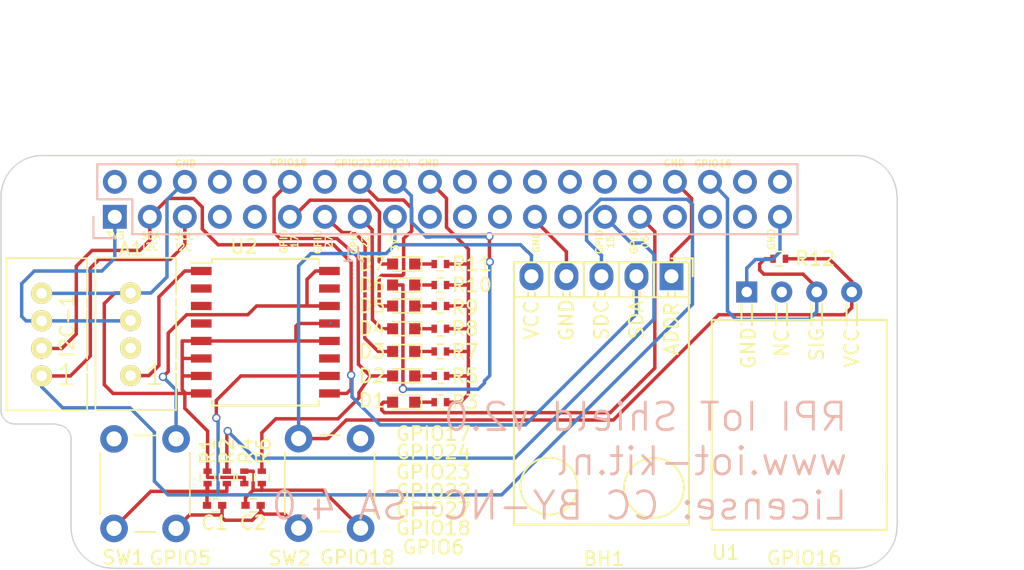
<source format=kicad_pcb>
(kicad_pcb (version 4) (host pcbnew 4.0.7)

  (general
    (links 75)
    (no_connects 0)
    (area 27.889999 27.881999 93.014001 57.962001)
    (thickness 1.6)
    (drawings 45)
    (tracks 349)
    (zones 0)
    (modules 31)
    (nets 48)
  )

  (page A4)
  (layers
    (0 F.Cu signal)
    (31 B.Cu signal)
    (32 B.Adhes user)
    (33 F.Adhes user)
    (34 B.Paste user)
    (35 F.Paste user)
    (36 B.SilkS user)
    (37 F.SilkS user)
    (38 B.Mask user)
    (39 F.Mask user)
    (40 Dwgs.User user)
    (41 Cmts.User user)
    (42 Eco1.User user)
    (43 Eco2.User user)
    (44 Edge.Cuts user)
    (45 Margin user)
    (46 B.CrtYd user)
    (47 F.CrtYd user)
    (48 B.Fab user)
    (49 F.Fab user)
  )

  (setup
    (last_trace_width 0.25)
    (user_trace_width 0.01)
    (user_trace_width 0.02)
    (user_trace_width 0.05)
    (user_trace_width 0.1)
    (user_trace_width 0.2)
    (trace_clearance 0.2)
    (zone_clearance 0.508)
    (zone_45_only no)
    (trace_min 0.01)
    (segment_width 0.2)
    (edge_width 0.1)
    (via_size 0.6)
    (via_drill 0.4)
    (via_min_size 0.4)
    (via_min_drill 0.3)
    (uvia_size 0.3)
    (uvia_drill 0.1)
    (uvias_allowed no)
    (uvia_min_size 0.2)
    (uvia_min_drill 0.1)
    (pcb_text_width 0.3)
    (pcb_text_size 1.5 1.5)
    (mod_edge_width 0.15)
    (mod_text_size 1 1)
    (mod_text_width 0.15)
    (pad_size 1.7272 2.032)
    (pad_drill 1.016)
    (pad_to_mask_clearance 0)
    (aux_axis_origin 24.0665 83.82)
    (grid_origin 29.464 47.498)
    (visible_elements 7FFEFF5F)
    (pcbplotparams
      (layerselection 0x3ffff_80000001)
      (usegerberextensions false)
      (excludeedgelayer false)
      (linewidth 0.100000)
      (plotframeref true)
      (viasonmask false)
      (mode 1)
      (useauxorigin false)
      (hpglpennumber 1)
      (hpglpenspeed 20)
      (hpglpendiameter 15)
      (hpglpenoverlay 2)
      (psnegative false)
      (psa4output false)
      (plotreference true)
      (plotvalue true)
      (plotinvisibletext false)
      (padsonsilk false)
      (subtractmaskfromsilk false)
      (outputformat 1)
      (mirror false)
      (drillshape 0)
      (scaleselection 1)
      (outputdirectory Gerber/))
  )

  (net 0 "")
  (net 1 +5V)
  (net 2 GPIO5)
  (net 3 +3V3)
  (net 4 GPIO18)
  (net 5 GPIO6)
  (net 6 GPIO17)
  (net 7 GPIO23)
  (net 8 GPIO16)
  (net 9 GPIO03-SCL1-I2C)
  (net 10 GPIO02-SDA1-I2C)
  (net 11 GPIO27)
  (net 12 GPIO22)
  (net 13 GPIO24)
  (net 14 GNDA)
  (net 15 "Net-(D1-Pad1)")
  (net 16 "Net-(D2-Pad1)")
  (net 17 "Net-(D3-Pad1)")
  (net 18 "Net-(D4-Pad1)")
  (net 19 "Net-(D5-Pad1)")
  (net 20 "Net-(D6-Pad1)")
  (net 21 "Net-(D7-Pad1)")
  (net 22 "Net-(C1-Pad2)")
  (net 23 "Net-(C2-Pad2)")
  (net 24 "Net-(A1-Pad1)")
  (net 25 "Net-(A1-Pad2)")
  (net 26 "Net-(J1-Pad7)")
  (net 27 "Net-(J1-Pad8)")
  (net 28 "Net-(J1-Pad10)")
  (net 29 "Net-(J1-Pad19)")
  (net 30 "Net-(J1-Pad21)")
  (net 31 "Net-(J1-Pad22)")
  (net 32 "Net-(J1-Pad23)")
  (net 33 "Net-(J1-Pad24)")
  (net 34 "Net-(J1-Pad26)")
  (net 35 "Net-(J1-Pad27)")
  (net 36 "Net-(J1-Pad28)")
  (net 37 "Net-(J1-Pad32)")
  (net 38 "Net-(J1-Pad33)")
  (net 39 "Net-(J1-Pad35)")
  (net 40 "Net-(J1-Pad37)")
  (net 41 "Net-(J1-Pad38)")
  (net 42 "Net-(J1-Pad40)")
  (net 43 "Net-(U2-Pad2)")
  (net 44 "Net-(U2-Pad3)")
  (net 45 "Net-(U2-Pad4)")
  (net 46 "Net-(U2-Pad11)")
  (net 47 "Net-(U2-Pad15)")

  (net_class Default "This is the default net class."
    (clearance 0.2)
    (trace_width 0.25)
    (via_dia 0.6)
    (via_drill 0.4)
    (uvia_dia 0.3)
    (uvia_drill 0.1)
    (add_net "Net-(A1-Pad2)")
    (add_net "Net-(J1-Pad10)")
    (add_net "Net-(J1-Pad19)")
    (add_net "Net-(J1-Pad21)")
    (add_net "Net-(J1-Pad22)")
    (add_net "Net-(J1-Pad23)")
    (add_net "Net-(J1-Pad24)")
    (add_net "Net-(J1-Pad26)")
    (add_net "Net-(J1-Pad27)")
    (add_net "Net-(J1-Pad28)")
    (add_net "Net-(J1-Pad32)")
    (add_net "Net-(J1-Pad33)")
    (add_net "Net-(J1-Pad35)")
    (add_net "Net-(J1-Pad37)")
    (add_net "Net-(J1-Pad38)")
    (add_net "Net-(J1-Pad40)")
    (add_net "Net-(J1-Pad7)")
    (add_net "Net-(J1-Pad8)")
    (add_net "Net-(U2-Pad11)")
    (add_net "Net-(U2-Pad15)")
    (add_net "Net-(U2-Pad2)")
    (add_net "Net-(U2-Pad3)")
    (add_net "Net-(U2-Pad4)")
  )

  (net_class IoT ""
    (clearance 0.1)
    (trace_width 0.25)
    (via_dia 0.6)
    (via_drill 0.4)
    (uvia_dia 0.3)
    (uvia_drill 0.1)
    (add_net +3V3)
    (add_net +5V)
    (add_net GNDA)
    (add_net GPIO02-SDA1-I2C)
    (add_net GPIO03-SCL1-I2C)
    (add_net GPIO16)
    (add_net GPIO17)
    (add_net GPIO18)
    (add_net GPIO22)
    (add_net GPIO23)
    (add_net GPIO24)
    (add_net GPIO27)
    (add_net GPIO5)
    (add_net GPIO6)
    (add_net "Net-(A1-Pad1)")
    (add_net "Net-(C1-Pad2)")
    (add_net "Net-(C2-Pad2)")
    (add_net "Net-(D1-Pad1)")
    (add_net "Net-(D2-Pad1)")
    (add_net "Net-(D3-Pad1)")
    (add_net "Net-(D4-Pad1)")
    (add_net "Net-(D5-Pad1)")
    (add_net "Net-(D6-Pad1)")
    (add_net "Net-(D7-Pad1)")
  )

  (module Pin_Headers:Pin_Header_Angled_1x05 (layer F.Cu) (tedit 5950A642) (tstamp 593026F2)
    (at 76.581 36.703 270)
    (descr "Through hole pin header")
    (tags "pin header")
    (path /59302522)
    (fp_text reference BH1 (at 20.5105 4.8895 360) (layer F.SilkS)
      (effects (font (size 1 1) (thickness 0.15)))
    )
    (fp_text value "BH1750 (GY-302)" (at 0 -3.1 270) (layer F.Fab)
      (effects (font (size 1 1) (thickness 0.15)))
    )
    (fp_circle (center 15.24 8.89) (end 16.637 7.366) (layer F.SilkS) (width 0.15))
    (fp_circle (center 15.367 1.27) (end 16.129 -0.762) (layer F.SilkS) (width 0.15))
    (fp_line (start 18.034 11.43) (end 1.397 11.43) (layer F.SilkS) (width 0.15))
    (fp_line (start 18.034 -1.27) (end 18.034 11.43) (layer F.SilkS) (width 0.15))
    (fp_line (start 1.524 -1.27) (end 18.034 -1.27) (layer F.SilkS) (width 0.15))
    (fp_line (start 18.034 -1.27) (end 1.524 -1.27) (layer F.SilkS) (width 0.15))
    (fp_line (start 10.668 -1.778) (end 19.812 -1.778) (layer F.CrtYd) (width 0.05))
    (fp_line (start 19.812 -1.778) (end 19.812 9.525) (layer F.CrtYd) (width 0.05))
    (fp_line (start 19.812 9.525) (end 19.812 11.938) (layer F.CrtYd) (width 0.05))
    (fp_line (start 19.812 11.938) (end 10.668 11.938) (layer F.CrtYd) (width 0.05))
    (fp_text user VCC (at 3.175 10.16 270) (layer F.SilkS)
      (effects (font (size 1 1) (thickness 0.15)))
    )
    (fp_text user GND (at 3.175 7.62 270) (layer F.SilkS)
      (effects (font (size 1 1) (thickness 0.15)))
    )
    (fp_text user SDC (at 3.175 5.08 270) (layer F.SilkS)
      (effects (font (size 1 1) (thickness 0.15)))
    )
    (fp_text user SDA (at 3.175 2.54 270) (layer F.SilkS)
      (effects (font (size 1 1) (thickness 0.15)))
    )
    (fp_text user ADDR (at 3.81 0 270) (layer F.SilkS)
      (effects (font (size 1 1) (thickness 0.15)))
    )
    (fp_line (start -1.5 -1.75) (end -1.5 11.95) (layer F.CrtYd) (width 0.05))
    (fp_line (start -1.5 -1.75) (end 10.65 -1.75) (layer F.CrtYd) (width 0.05))
    (fp_line (start -1.5 11.95) (end 10.65 11.95) (layer F.CrtYd) (width 0.05))
    (fp_line (start -1.3 -1.55) (end -1.3 0) (layer F.SilkS) (width 0.15))
    (fp_line (start 0 -1.55) (end -1.3 -1.55) (layer F.SilkS) (width 0.15))
    (fp_line (start 1.524 -0.254) (end 1.143 -0.254) (layer F.SilkS) (width 0.15))
    (fp_line (start 1.524 0.254) (end 1.143 0.254) (layer F.SilkS) (width 0.15))
    (fp_line (start 1.524 2.286) (end 1.143 2.286) (layer F.SilkS) (width 0.15))
    (fp_line (start 1.524 2.794) (end 1.143 2.794) (layer F.SilkS) (width 0.15))
    (fp_line (start 1.524 4.826) (end 1.143 4.826) (layer F.SilkS) (width 0.15))
    (fp_line (start 1.524 5.334) (end 1.143 5.334) (layer F.SilkS) (width 0.15))
    (fp_line (start 1.524 7.366) (end 1.143 7.366) (layer F.SilkS) (width 0.15))
    (fp_line (start 1.524 7.874) (end 1.143 7.874) (layer F.SilkS) (width 0.15))
    (fp_line (start 1.524 10.414) (end 1.143 10.414) (layer F.SilkS) (width 0.15))
    (fp_line (start 1.524 9.906) (end 1.143 9.906) (layer F.SilkS) (width 0.15))
    (fp_line (start 1.524 1.27) (end 1.524 -1.27) (layer F.SilkS) (width 0.15))
    (fp_line (start -1.016 1.27) (end 1.524 1.27) (layer F.SilkS) (width 0.15))
    (fp_line (start -1.016 -1.27) (end -1.016 1.27) (layer F.SilkS) (width 0.15))
    (fp_line (start -1.016 -1.27) (end 1.524 -1.27) (layer F.SilkS) (width 0.15))
    (fp_line (start -1.016 3.81) (end 1.524 3.81) (layer F.SilkS) (width 0.15))
    (fp_line (start -1.016 3.81) (end -1.016 6.35) (layer F.SilkS) (width 0.15))
    (fp_line (start -1.016 6.35) (end 1.524 6.35) (layer F.SilkS) (width 0.15))
    (fp_line (start 1.524 6.35) (end 1.524 3.81) (layer F.SilkS) (width 0.15))
    (fp_line (start 1.524 3.81) (end 1.524 1.27) (layer F.SilkS) (width 0.15))
    (fp_line (start -1.016 3.81) (end 1.524 3.81) (layer F.SilkS) (width 0.15))
    (fp_line (start -1.016 1.27) (end -1.016 3.81) (layer F.SilkS) (width 0.15))
    (fp_line (start -1.016 1.27) (end 1.524 1.27) (layer F.SilkS) (width 0.15))
    (fp_line (start -1.016 8.89) (end 1.524 8.89) (layer F.SilkS) (width 0.15))
    (fp_line (start -1.016 8.89) (end -1.016 11.43) (layer F.SilkS) (width 0.15))
    (fp_line (start -1.016 11.43) (end 1.524 11.43) (layer F.SilkS) (width 0.15))
    (fp_line (start 1.524 11.43) (end 1.524 8.89) (layer F.SilkS) (width 0.15))
    (fp_line (start 1.524 8.89) (end 1.524 6.35) (layer F.SilkS) (width 0.15))
    (fp_line (start -1.016 8.89) (end 1.524 8.89) (layer F.SilkS) (width 0.15))
    (fp_line (start -1.016 6.35) (end -1.016 8.89) (layer F.SilkS) (width 0.15))
    (fp_line (start -1.016 6.35) (end 1.524 6.35) (layer F.SilkS) (width 0.15))
    (pad 1 thru_hole rect (at 0 0 270) (size 2.032 1.7272) (drill 1.016) (layers *.Cu *.Mask)
      (net 14 GNDA))
    (pad 2 thru_hole oval (at 0 2.54 270) (size 2.032 1.7272) (drill 1.016) (layers *.Cu *.Mask)
      (net 10 GPIO02-SDA1-I2C))
    (pad 3 thru_hole oval (at 0 5.08 270) (size 2.032 1.7272) (drill 1.016) (layers *.Cu *.Mask)
      (net 9 GPIO03-SCL1-I2C))
    (pad 4 thru_hole oval (at 0 7.62 270) (size 2.032 1.7272) (drill 1.016) (layers *.Cu *.Mask)
      (net 14 GNDA))
    (pad 5 thru_hole oval (at 0 10.16 270) (size 2.032 1.7272) (drill 1.016) (layers *.Cu *.Mask)
      (net 3 +3V3))
    (model Pin_Headers.3dshapes/Pin_Header_Angled_1x05.wrl
      (at (xyz 0 -0.2 0))
      (scale (xyz 1 1 1))
      (rotate (xyz 0 0 90))
    )
  )

  (module Pin_Headers:Pin_Header_Straight_2x20 (layer F.Cu) (tedit 5A1949A5) (tstamp 594CFCCC)
    (at 36.195 32.385 90)
    (descr "Through hole pin header")
    (tags "pin header")
    (path /58EB740B)
    (fp_text reference J1 (at -2.7432 17.3228 360) (layer B.SilkS)
      (effects (font (size 1 1) (thickness 0.15)) (justify mirror))
    )
    (fp_text value RPi_GPIO (at 0 -3.1 90) (layer B.Fab)
      (effects (font (size 1 1) (thickness 0.15)) (justify mirror))
    )
    (fp_line (start -1.75 -1.75) (end -1.75 50.05) (layer F.CrtYd) (width 0.05))
    (fp_line (start 4.3 -1.75) (end 4.3 50.05) (layer F.CrtYd) (width 0.05))
    (fp_line (start -1.75 -1.75) (end 4.3 -1.75) (layer F.CrtYd) (width 0.05))
    (fp_line (start -1.75 50.05) (end 4.3 50.05) (layer F.CrtYd) (width 0.05))
    (fp_line (start 3.81 49.53) (end 3.81 -1.27) (layer B.SilkS) (width 0.15))
    (fp_line (start -1.27 1.27) (end -1.27 49.53) (layer B.SilkS) (width 0.15))
    (fp_line (start 3.81 49.53) (end -1.27 49.53) (layer B.SilkS) (width 0.15))
    (fp_line (start 3.81 -1.27) (end 1.27 -1.27) (layer B.SilkS) (width 0.15))
    (fp_line (start 0 -1.55) (end -1.55 -1.55) (layer B.SilkS) (width 0.15))
    (fp_line (start 1.27 -1.27) (end 1.27 1.27) (layer B.SilkS) (width 0.15))
    (fp_line (start 1.27 1.27) (end -1.27 1.27) (layer B.SilkS) (width 0.15))
    (fp_line (start -1.55 -1.55) (end -1.55 0) (layer B.SilkS) (width 0.15))
    (pad 1 thru_hole rect (at 0 0 90) (size 1.7272 1.7272) (drill 1.016) (layers *.Cu *.Mask)
      (net 3 +3V3))
    (pad 2 thru_hole oval (at 2.54 0 90) (size 1.7272 1.7272) (drill 1.016) (layers *.Cu *.Mask)
      (net 1 +5V))
    (pad 3 thru_hole oval (at 0 2.54 90) (size 1.7272 1.7272) (drill 1.016) (layers *.Cu *.Mask)
      (net 10 GPIO02-SDA1-I2C))
    (pad 4 thru_hole oval (at 2.54 2.54 90) (size 1.7272 1.7272) (drill 1.016) (layers *.Cu *.Mask)
      (net 1 +5V))
    (pad 5 thru_hole oval (at 0 5.08 90) (size 1.7272 1.7272) (drill 1.016) (layers *.Cu *.Mask)
      (net 9 GPIO03-SCL1-I2C))
    (pad 6 thru_hole oval (at 2.54 5.08 90) (size 1.7272 1.7272) (drill 1.016) (layers *.Cu *.Mask)
      (net 14 GNDA))
    (pad 7 thru_hole oval (at 0 7.62 90) (size 1.7272 1.7272) (drill 1.016) (layers *.Cu *.Mask)
      (net 26 "Net-(J1-Pad7)"))
    (pad 8 thru_hole oval (at 2.54 7.62 90) (size 1.7272 1.7272) (drill 1.016) (layers *.Cu *.Mask)
      (net 27 "Net-(J1-Pad8)"))
    (pad 9 thru_hole oval (at 0 10.16 90) (size 1.7272 1.7272) (drill 1.016) (layers *.Cu *.Mask)
      (net 14 GNDA))
    (pad 10 thru_hole oval (at 2.54 10.16 90) (size 1.7272 1.7272) (drill 1.016) (layers *.Cu *.Mask)
      (net 28 "Net-(J1-Pad10)"))
    (pad 11 thru_hole oval (at 0 12.7 90) (size 1.7272 1.7272) (drill 1.016) (layers *.Cu *.Mask)
      (net 6 GPIO17))
    (pad 12 thru_hole oval (at 2.54 12.7 90) (size 1.7272 1.7272) (drill 1.016) (layers *.Cu *.Mask)
      (net 4 GPIO18))
    (pad 13 thru_hole oval (at 0 15.24 90) (size 1.7272 1.7272) (drill 1.016) (layers *.Cu *.Mask)
      (net 11 GPIO27))
    (pad 14 thru_hole oval (at 2.54 15.24 90) (size 1.7272 1.7272) (drill 1.016) (layers *.Cu *.Mask)
      (net 14 GNDA))
    (pad 15 thru_hole oval (at 0 17.78 90) (size 1.7272 1.7272) (drill 1.016) (layers *.Cu *.Mask)
      (net 12 GPIO22))
    (pad 16 thru_hole oval (at 2.54 17.78 90) (size 1.7272 1.7272) (drill 1.016) (layers *.Cu *.Mask)
      (net 7 GPIO23))
    (pad 17 thru_hole oval (at 0 20.32 90) (size 1.7272 1.7272) (drill 1.016) (layers *.Cu *.Mask)
      (net 3 +3V3))
    (pad 18 thru_hole oval (at 2.54 20.32 90) (size 1.7272 1.7272) (drill 1.016) (layers *.Cu *.Mask)
      (net 13 GPIO24))
    (pad 19 thru_hole oval (at 0 22.86 90) (size 1.7272 1.7272) (drill 1.016) (layers *.Cu *.Mask)
      (net 29 "Net-(J1-Pad19)"))
    (pad 20 thru_hole oval (at 2.54 22.86 90) (size 1.7272 1.7272) (drill 1.016) (layers *.Cu *.Mask)
      (net 14 GNDA))
    (pad 21 thru_hole oval (at 0 25.4 90) (size 1.7272 1.7272) (drill 1.016) (layers *.Cu *.Mask)
      (net 30 "Net-(J1-Pad21)"))
    (pad 22 thru_hole oval (at 2.54 25.4 90) (size 1.7272 1.7272) (drill 1.016) (layers *.Cu *.Mask)
      (net 31 "Net-(J1-Pad22)"))
    (pad 23 thru_hole oval (at 0 27.94 90) (size 1.7272 1.7272) (drill 1.016) (layers *.Cu *.Mask)
      (net 32 "Net-(J1-Pad23)"))
    (pad 24 thru_hole oval (at 2.54 27.94 90) (size 1.7272 1.7272) (drill 1.016) (layers *.Cu *.Mask)
      (net 33 "Net-(J1-Pad24)"))
    (pad 25 thru_hole oval (at 0 30.48 90) (size 1.7272 1.7272) (drill 1.016) (layers *.Cu *.Mask)
      (net 14 GNDA))
    (pad 26 thru_hole oval (at 2.54 30.48 90) (size 1.7272 1.7272) (drill 1.016) (layers *.Cu *.Mask)
      (net 34 "Net-(J1-Pad26)"))
    (pad 27 thru_hole oval (at 0 33.02 90) (size 1.7272 1.7272) (drill 1.016) (layers *.Cu *.Mask)
      (net 35 "Net-(J1-Pad27)"))
    (pad 28 thru_hole oval (at 2.54 33.02 90) (size 1.7272 1.7272) (drill 1.016) (layers *.Cu *.Mask)
      (net 36 "Net-(J1-Pad28)"))
    (pad 29 thru_hole oval (at 0 35.56 90) (size 1.7272 1.7272) (drill 1.016) (layers *.Cu *.Mask)
      (net 2 GPIO5))
    (pad 30 thru_hole oval (at 2.54 35.56 90) (size 1.7272 1.7272) (drill 1.016) (layers *.Cu *.Mask)
      (net 14 GNDA))
    (pad 31 thru_hole oval (at 0 38.1 90) (size 1.7272 1.7272) (drill 1.016) (layers *.Cu *.Mask)
      (net 5 GPIO6))
    (pad 32 thru_hole oval (at 2.54 38.1 90) (size 1.7272 1.7272) (drill 1.016) (layers *.Cu *.Mask)
      (net 37 "Net-(J1-Pad32)"))
    (pad 33 thru_hole oval (at 0 40.64 90) (size 1.7272 1.7272) (drill 1.016) (layers *.Cu *.Mask)
      (net 38 "Net-(J1-Pad33)"))
    (pad 34 thru_hole oval (at 2.54 40.64 90) (size 1.7272 1.7272) (drill 1.016) (layers *.Cu *.Mask)
      (net 14 GNDA))
    (pad 35 thru_hole oval (at 0 43.18 90) (size 1.7272 1.7272) (drill 1.016) (layers *.Cu *.Mask)
      (net 39 "Net-(J1-Pad35)"))
    (pad 36 thru_hole oval (at 2.54 43.18 90) (size 1.7272 1.7272) (drill 1.016) (layers *.Cu *.Mask)
      (net 8 GPIO16))
    (pad 37 thru_hole oval (at 0 45.72 90) (size 1.7272 1.7272) (drill 1.016) (layers *.Cu *.Mask)
      (net 40 "Net-(J1-Pad37)"))
    (pad 38 thru_hole oval (at 2.54 45.72 90) (size 1.7272 1.7272) (drill 1.016) (layers *.Cu *.Mask)
      (net 41 "Net-(J1-Pad38)"))
    (pad 39 thru_hole oval (at 0 48.26 90) (size 1.7272 1.7272) (drill 1.016) (layers *.Cu *.Mask)
      (net 14 GNDA))
    (pad 40 thru_hole oval (at 2.54 48.26 90) (size 1.7272 1.7272) (drill 1.016) (layers *.Cu *.Mask)
      (net 42 "Net-(J1-Pad40)"))
    (model Pin_Headers.3dshapes/Pin_Header_Straight_2x20.wrl
      (at (xyz 0.05 -0.95 0))
      (scale (xyz 1 1 1))
      (rotate (xyz 0 0 90))
    )
  )

  (module Connectors:Grove_1x04 (layer F.Cu) (tedit 5A16E61D) (tstamp 5939A3A2)
    (at 30.8864 43.942 180)
    (descr https://statics3.seeedstudio.com/images/opl/datasheet/3470130P1.pdf)
    (tags Grove-1x04)
    (path /5939A034)
    (fp_text reference I2C-1 (at -1.8542 3.6322 270) (layer F.SilkS)
      (effects (font (size 1 1) (thickness 0.15)))
    )
    (fp_text value JST-PH-2.0 (at 4.19 2.83 270) (layer F.Fab)
      (effects (font (size 1 1) (thickness 0.15)))
    )
    (fp_line (start -3.45 -2.65) (end -3.45 8.7) (layer F.CrtYd) (width 0.05))
    (fp_line (start -3.45 8.7) (end 2.7 8.7) (layer F.CrtYd) (width 0.05))
    (fp_line (start 2.7 8.7) (end 2.7 -2.65) (layer F.CrtYd) (width 0.05))
    (fp_line (start -3.45 -2.65) (end 2.7 -2.65) (layer F.CrtYd) (width 0.05))
    (fp_line (start -3.3 5) (end -3.3 5.6) (layer F.SilkS) (width 0.12))
    (fp_line (start -3.3 0.4) (end -3.3 1) (layer F.SilkS) (width 0.12))
    (fp_line (start 2.55 -2.5) (end 2.55 8.55) (layer F.SilkS) (width 0.12))
    (fp_line (start -3.3 -2.5) (end 2.55 -2.5) (layer F.SilkS) (width 0.12))
    (fp_line (start -3.3 1.25) (end -3.3 4.75) (layer F.SilkS) (width 0.12))
    (fp_line (start -3.3 8.55) (end 2.55 8.55) (layer F.SilkS) (width 0.12))
    (fp_line (start -3.3 -2.5) (end -3.3 0.15) (layer F.SilkS) (width 0.12))
    (fp_line (start -3.3 5.9) (end -3.3 8.55) (layer F.SilkS) (width 0.12))
    (fp_line (start -2.9 -2.1) (end 2.2 -2.1) (layer F.Fab) (width 0.1))
    (fp_line (start 2.2 -2.1) (end 2.2 8.1) (layer F.Fab) (width 0.1))
    (fp_line (start 2.2 8.1) (end -2.9 8.1) (layer F.Fab) (width 0.1))
    (fp_line (start -2.9 8.1) (end -2.9 -2.1) (layer F.Fab) (width 0.1))
    (fp_text user 1 (at -1.775 0.075 180) (layer F.SilkS)
      (effects (font (size 1.5 1.5) (thickness 0.12)))
    )
    (pad 1 thru_hole circle (at 0 0 180) (size 1.524 1.524) (drill 0.762) (layers *.Cu *.Mask F.SilkS)
      (net 9 GPIO03-SCL1-I2C))
    (pad 2 thru_hole circle (at 0 2 180) (size 1.524 1.524) (drill 0.762) (layers *.Cu *.Mask F.SilkS)
      (net 10 GPIO02-SDA1-I2C))
    (pad 3 thru_hole circle (at 0 4 180) (size 1.524 1.524) (drill 0.762) (layers *.Cu *.Mask F.SilkS)
      (net 3 +3V3))
    (pad 4 thru_hole circle (at 0 6 180) (size 1.524 1.524) (drill 0.762) (layers *.Cu *.Mask F.SilkS)
      (net 14 GNDA))
    (model Connectors.3dshapes/Grove_1x04.wrl
      (at (xyz 0 0 0))
      (scale (xyz 0.3937 0.3937 0.3937))
      (rotate (xyz 0 0 -90))
    )
  )

  (module Buzzers_Beepers:DHT11 (layer F.Cu) (tedit 5A0AB185) (tstamp 594CFDB3)
    (at 79.502 35.306)
    (path /58F3504B)
    (fp_text reference U1 (at 1.016 21.463) (layer F.SilkS)
      (effects (font (size 1 1) (thickness 0.15)))
    )
    (fp_text value DHT11 (at 0 -0.5) (layer F.Fab)
      (effects (font (size 1 1) (thickness 0.15)))
    )
    (fp_line (start 10.541 3.429) (end 10.541 4.953) (layer F.SilkS) (width 0.15))
    (fp_line (start 9.779 3.429) (end 9.779 4.953) (layer F.SilkS) (width 0.15))
    (fp_line (start 8.001 3.429) (end 8.001 4.953) (layer F.SilkS) (width 0.15))
    (fp_line (start 7.239 3.429) (end 7.239 4.953) (layer F.SilkS) (width 0.15))
    (fp_line (start 5.461 3.429) (end 5.461 4.953) (layer F.SilkS) (width 0.15))
    (fp_line (start 4.699 3.429) (end 4.699 4.953) (layer F.SilkS) (width 0.15))
    (fp_line (start 2.921 3.429) (end 2.921 4.953) (layer F.SilkS) (width 0.15))
    (fp_line (start 2.159 3.429) (end 2.159 4.953) (layer F.SilkS) (width 0.15))
    (fp_text user SIG (at 7.62 6.35 90) (layer F.SilkS)
      (effects (font (size 1 1) (thickness 0.15)))
    )
    (fp_line (start 12.7 16.256) (end 12.7 4.572) (layer F.SilkS) (width 0.15))
    (fp_line (start 0 16.002) (end 0 4.572) (layer F.SilkS) (width 0.15))
    (fp_text user NC (at 5.08 6.223 90) (layer F.SilkS)
      (effects (font (size 1 1) (thickness 0.15)))
    )
    (fp_text user VCC (at 10.16 6.604 90) (layer F.SilkS)
      (effects (font (size 1 1) (thickness 0.15)))
    )
    (fp_text user GND (at 2.667 6.604 90) (layer F.SilkS)
      (effects (font (size 1 1) (thickness 0.15)))
    )
    (fp_line (start 0 18.034) (end 0 19.685) (layer F.SilkS) (width 0.15))
    (fp_line (start 12.7 18.034) (end 12.7 19.812) (layer F.SilkS) (width 0.15))
    (fp_line (start 0 15.113) (end 0 15.748) (layer F.SilkS) (width 0.15))
    (fp_line (start 0 15.367) (end 0 18.034) (layer F.SilkS) (width 0.15))
    (fp_line (start 12.7 15.113) (end 12.7 18.034) (layer F.SilkS) (width 0.15))
    (fp_line (start 12.7 18.034) (end 12.7 15.113) (layer F.SilkS) (width 0.15))
    (fp_line (start 12.7 15.113) (end 12.7 18.034) (layer F.SilkS) (width 0.15))
    (fp_line (start 0 4.572) (end 12.7 4.572) (layer F.SilkS) (width 0.15))
    (fp_line (start 12.7 19.812) (end 0 19.812) (layer F.SilkS) (width 0.15))
    (pad 1 thru_hole rect (at 2.54 2.54) (size 1.524 1.524) (drill 0.762) (layers *.Cu *.Mask)
      (net 14 GNDA))
    (pad 2 thru_hole circle (at 5.08 2.54) (size 1.524 1.524) (drill 0.762) (layers *.Cu *.Mask))
    (pad 3 thru_hole circle (at 7.62 2.54) (size 1.524 1.524) (drill 0.762) (layers *.Cu *.Mask)
      (net 8 GPIO16))
    (pad 4 thru_hole circle (at 10.16 2.54) (size 1.524 1.524) (drill 0.762) (layers *.Cu *.Mask)
      (net 3 +3V3))
  )

  (module RPi_Hat:RPi_Hat_Mounting_Hole locked (layer F.Cu) (tedit 55217C7B) (tstamp 5515DEA9)
    (at 89.44 31.432)
    (descr "Mounting hole, Befestigungsbohrung, 2,7mm, No Annular, Kein Restring,")
    (tags "Mounting hole, Befestigungsbohrung, 2,7mm, No Annular, Kein Restring,")
    (fp_text reference "" (at 0 -4.0005) (layer F.SilkS) hide
      (effects (font (size 1 1) (thickness 0.15)))
    )
    (fp_text value "" (at 0.09906 3.59918) (layer F.Fab) hide
      (effects (font (size 1 1) (thickness 0.15)))
    )
    (fp_circle (center 0 0) (end 1.375 0) (layer F.Fab) (width 0.15))
    (fp_circle (center 0 0) (end 3.1 0) (layer F.Fab) (width 0.15))
    (fp_circle (center 0 0) (end 3.1 0) (layer B.Fab) (width 0.15))
    (fp_circle (center 0 0) (end 1.375 0) (layer B.Fab) (width 0.15))
    (fp_circle (center 0 0) (end 3.1 0) (layer F.CrtYd) (width 0.15))
    (fp_circle (center 0 0) (end 3.1 0) (layer B.CrtYd) (width 0.15))
    (pad "" np_thru_hole circle (at 0 0) (size 2.75 2.75) (drill 2.75) (layers *.Cu *.Mask)
      (solder_mask_margin 1.725) (clearance 1.725))
  )

  (module Housings_SOIC:SOIC-16W_7.5x10.3mm_Pitch1.27mm (layer F.Cu) (tedit 5A19CAB3) (tstamp 594CFFE6)
    (at 47.117 40.767)
    (descr "16-Lead Plastic Small Outline (SO) - Wide, 7.50 mm Body [SOIC] (see Microchip Packaging Specification 00000049BS.pdf)")
    (tags "SOIC 1.27")
    (path /58FE206C)
    (attr smd)
    (fp_text reference U2 (at -1.5494 -6.223) (layer F.SilkS)
      (effects (font (size 1 1) (thickness 0.15)))
    )
    (fp_text value PCF8591T (at 0 6.25) (layer F.Fab)
      (effects (font (size 1 1) (thickness 0.15)))
    )
    (fp_text user %R (at 0 0 180) (layer F.Fab)
      (effects (font (size 1 1) (thickness 0.15)))
    )
    (fp_line (start -2.75 -5.15) (end 3.75 -5.15) (layer F.Fab) (width 0.15))
    (fp_line (start 3.75 -5.15) (end 3.75 5.15) (layer F.Fab) (width 0.15))
    (fp_line (start 3.75 5.15) (end -3.75 5.15) (layer F.Fab) (width 0.15))
    (fp_line (start -3.75 5.15) (end -3.75 -4.15) (layer F.Fab) (width 0.15))
    (fp_line (start -3.75 -4.15) (end -2.75 -5.15) (layer F.Fab) (width 0.15))
    (fp_line (start -5.65 -5.5) (end -5.65 5.5) (layer F.CrtYd) (width 0.05))
    (fp_line (start 5.65 -5.5) (end 5.65 5.5) (layer F.CrtYd) (width 0.05))
    (fp_line (start -5.65 -5.5) (end 5.65 -5.5) (layer F.CrtYd) (width 0.05))
    (fp_line (start -5.65 5.5) (end 5.65 5.5) (layer F.CrtYd) (width 0.05))
    (fp_line (start -3.875 -5.325) (end -3.875 -5.05) (layer F.SilkS) (width 0.15))
    (fp_line (start 3.875 -5.325) (end 3.875 -4.97) (layer F.SilkS) (width 0.15))
    (fp_line (start 3.875 5.325) (end 3.875 4.97) (layer F.SilkS) (width 0.15))
    (fp_line (start -3.875 5.325) (end -3.875 4.97) (layer F.SilkS) (width 0.15))
    (fp_line (start -3.875 -5.325) (end 3.875 -5.325) (layer F.SilkS) (width 0.15))
    (fp_line (start -3.875 5.325) (end 3.875 5.325) (layer F.SilkS) (width 0.15))
    (fp_line (start -3.875 -5.05) (end -5.4 -5.05) (layer F.SilkS) (width 0.15))
    (pad 1 smd rect (at -4.65 -4.445) (size 1.5 0.6) (layers F.Cu F.Paste F.Mask)
      (net 24 "Net-(A1-Pad1)"))
    (pad 2 smd rect (at -4.65 -3.175) (size 1.5 0.6) (layers F.Cu F.Paste F.Mask)
      (net 43 "Net-(U2-Pad2)"))
    (pad 3 smd rect (at -4.65 -1.905) (size 1.5 0.6) (layers F.Cu F.Paste F.Mask)
      (net 44 "Net-(U2-Pad3)"))
    (pad 4 smd rect (at -4.65 -0.635) (size 1.5 0.6) (layers F.Cu F.Paste F.Mask)
      (net 45 "Net-(U2-Pad4)"))
    (pad 5 smd rect (at -4.65 0.635) (size 1.5 0.6) (layers F.Cu F.Paste F.Mask)
      (net 14 GNDA))
    (pad 6 smd rect (at -4.65 1.905) (size 1.5 0.6) (layers F.Cu F.Paste F.Mask)
      (net 14 GNDA))
    (pad 7 smd rect (at -4.65 3.175) (size 1.5 0.6) (layers F.Cu F.Paste F.Mask)
      (net 14 GNDA))
    (pad 8 smd rect (at -4.65 4.445) (size 1.5 0.6) (layers F.Cu F.Paste F.Mask)
      (net 14 GNDA))
    (pad 9 smd rect (at 4.65 4.445) (size 1.5 0.6) (layers F.Cu F.Paste F.Mask)
      (net 10 GPIO02-SDA1-I2C))
    (pad 10 smd rect (at 4.65 3.175) (size 1.5 0.6) (layers F.Cu F.Paste F.Mask)
      (net 9 GPIO03-SCL1-I2C))
    (pad 11 smd rect (at 4.65 1.905) (size 1.5 0.6) (layers F.Cu F.Paste F.Mask)
      (net 46 "Net-(U2-Pad11)"))
    (pad 12 smd rect (at 4.65 0.635) (size 1.5 0.6) (layers F.Cu F.Paste F.Mask)
      (net 14 GNDA))
    (pad 13 smd rect (at 4.65 -0.635) (size 1.5 0.6) (layers F.Cu F.Paste F.Mask)
      (net 14 GNDA))
    (pad 14 smd rect (at 4.65 -1.905) (size 1.5 0.6) (layers F.Cu F.Paste F.Mask)
      (net 3 +3V3))
    (pad 15 smd rect (at 4.65 -3.175) (size 1.5 0.6) (layers F.Cu F.Paste F.Mask)
      (net 47 "Net-(U2-Pad15)"))
    (pad 16 smd rect (at 4.65 -4.445) (size 1.5 0.6) (layers F.Cu F.Paste F.Mask)
      (net 3 +3V3))
    (model "/Library/Application Support/kicad/packages3d/Housings_SOIC.3dshapes/SOIC-16W_7.5x10.3mm_Pitch1.27mm.wrl"
      (at (xyz 0 0 0))
      (scale (xyz 1 1 1))
      (rotate (xyz 0 0 0))
    )
  )

  (module RPi_Hat:RPi_Hat_Mounting_Hole locked (layer F.Cu) (tedit 55217CA2) (tstamp 5515DEBF)
    (at 31.44 31.432)
    (descr "Mounting hole, Befestigungsbohrung, 2,7mm, No Annular, Kein Restring,")
    (tags "Mounting hole, Befestigungsbohrung, 2,7mm, No Annular, Kein Restring,")
    (fp_text reference "" (at 0 -4.0005) (layer F.SilkS) hide
      (effects (font (size 1 1) (thickness 0.15)))
    )
    (fp_text value "" (at 0.09906 3.59918) (layer F.Fab) hide
      (effects (font (size 1 1) (thickness 0.15)))
    )
    (fp_circle (center 0 0) (end 1.375 0) (layer F.Fab) (width 0.15))
    (fp_circle (center 0 0) (end 3.1 0) (layer F.Fab) (width 0.15))
    (fp_circle (center 0 0) (end 3.1 0) (layer B.Fab) (width 0.15))
    (fp_circle (center 0 0) (end 1.375 0) (layer B.Fab) (width 0.15))
    (fp_circle (center 0 0) (end 3.1 0) (layer F.CrtYd) (width 0.15))
    (fp_circle (center 0 0) (end 3.1 0) (layer B.CrtYd) (width 0.15))
    (pad "" np_thru_hole circle (at 0 0) (size 2.75 2.75) (drill 2.75) (layers *.Cu *.Mask)
      (solder_mask_margin 1.725) (clearance 1.725))
  )

  (module Buttons_Switches_THT:SW_PUSH_6mm_h9.5mm (layer F.Cu) (tedit 5A0AAB71) (tstamp 58F323D1)
    (at 40.64 48.514 270)
    (descr "tactile push button, 6x6mm e.g. PHAP33xx series, height=9.5mm")
    (tags "tact sw push 6mm")
    (path /58F320AE)
    (fp_text reference SW1 (at 8.6106 3.81 360) (layer F.SilkS)
      (effects (font (size 1 1) (thickness 0.15)))
    )
    (fp_text value "SW_Push: JT 0102" (at 3.75 6.7 270) (layer F.Fab)
      (effects (font (size 1 1) (thickness 0.15)))
    )
    (fp_line (start 3.25 -0.75) (end 6.25 -0.75) (layer F.Fab) (width 0.1))
    (fp_line (start 6.25 -0.75) (end 6.25 5.25) (layer F.Fab) (width 0.1))
    (fp_line (start 6.25 5.25) (end 0.25 5.25) (layer F.Fab) (width 0.1))
    (fp_line (start 0.25 5.25) (end 0.25 -0.75) (layer F.Fab) (width 0.1))
    (fp_line (start 0.25 -0.75) (end 3.25 -0.75) (layer F.Fab) (width 0.1))
    (fp_line (start 7.75 6) (end 8 6) (layer F.CrtYd) (width 0.05))
    (fp_line (start 8 6) (end 8 5.75) (layer F.CrtYd) (width 0.05))
    (fp_line (start 7.75 -1.5) (end 8 -1.5) (layer F.CrtYd) (width 0.05))
    (fp_line (start 8 -1.5) (end 8 -1.25) (layer F.CrtYd) (width 0.05))
    (fp_line (start -1.5 -1.25) (end -1.5 -1.5) (layer F.CrtYd) (width 0.05))
    (fp_line (start -1.5 -1.5) (end -1.25 -1.5) (layer F.CrtYd) (width 0.05))
    (fp_line (start -1.5 5.75) (end -1.5 6) (layer F.CrtYd) (width 0.05))
    (fp_line (start -1.5 6) (end -1.25 6) (layer F.CrtYd) (width 0.05))
    (fp_line (start -1.25 -1.5) (end 7.75 -1.5) (layer F.CrtYd) (width 0.05))
    (fp_line (start -1.5 5.75) (end -1.5 -1.25) (layer F.CrtYd) (width 0.05))
    (fp_line (start 7.75 6) (end -1.25 6) (layer F.CrtYd) (width 0.05))
    (fp_line (start 8 -1.25) (end 8 5.75) (layer F.CrtYd) (width 0.05))
    (fp_line (start 1 5.5) (end 5.5 5.5) (layer F.SilkS) (width 0.12))
    (fp_line (start -0.25 1.5) (end -0.25 3) (layer F.SilkS) (width 0.12))
    (fp_line (start 5.5 -1) (end 1 -1) (layer F.SilkS) (width 0.12))
    (fp_line (start 6.75 3) (end 6.75 1.5) (layer F.SilkS) (width 0.12))
    (fp_circle (center 3.25 2.25) (end 1.25 2.5) (layer F.Fab) (width 0.1))
    (pad 2 thru_hole circle (at 0 4.5) (size 2 2) (drill 1.1) (layers *.Cu *.Mask)
      (net 22 "Net-(C1-Pad2)"))
    (pad 1 thru_hole circle (at 0 0) (size 2 2) (drill 1.1) (layers *.Cu *.Mask)
      (net 3 +3V3))
    (pad 2 thru_hole circle (at 6.5 4.5) (size 2 2) (drill 1.1) (layers *.Cu *.Mask)
      (net 22 "Net-(C1-Pad2)"))
    (pad 1 thru_hole circle (at 6.5 0) (size 2 2) (drill 1.1) (layers *.Cu *.Mask)
      (net 3 +3V3))
    (model Buttons_Switches_THT.3dshapes/SW_PUSH_6mm_h9.5mm.wrl
      (at (xyz 0.005 0 0))
      (scale (xyz 0.3937 0.3937 0.3937))
      (rotate (xyz 0 0 0))
    )
  )

  (module Buttons_Switches_THT:SW_PUSH_6mm_h9.5mm (layer F.Cu) (tedit 5A0AAB94) (tstamp 58F323EF)
    (at 49.53 54.991 90)
    (descr "tactile push button, 6x6mm e.g. PHAP33xx series, height=9.5mm")
    (tags "tact sw push 6mm")
    (path /58F32243)
    (fp_text reference SW2 (at -2.1844 -0.6604 180) (layer F.SilkS)
      (effects (font (size 1 1) (thickness 0.15)))
    )
    (fp_text value "SW_Push: JT 0102" (at 3.75 6.7 90) (layer F.Fab)
      (effects (font (size 1 1) (thickness 0.15)))
    )
    (fp_line (start 3.25 -0.75) (end 6.25 -0.75) (layer F.Fab) (width 0.1))
    (fp_line (start 6.25 -0.75) (end 6.25 5.25) (layer F.Fab) (width 0.1))
    (fp_line (start 6.25 5.25) (end 0.25 5.25) (layer F.Fab) (width 0.1))
    (fp_line (start 0.25 5.25) (end 0.25 -0.75) (layer F.Fab) (width 0.1))
    (fp_line (start 0.25 -0.75) (end 3.25 -0.75) (layer F.Fab) (width 0.1))
    (fp_line (start 7.75 6) (end 8 6) (layer F.CrtYd) (width 0.05))
    (fp_line (start 8 6) (end 8 5.75) (layer F.CrtYd) (width 0.05))
    (fp_line (start 7.75 -1.5) (end 8 -1.5) (layer F.CrtYd) (width 0.05))
    (fp_line (start 8 -1.5) (end 8 -1.25) (layer F.CrtYd) (width 0.05))
    (fp_line (start -1.5 -1.25) (end -1.5 -1.5) (layer F.CrtYd) (width 0.05))
    (fp_line (start -1.5 -1.5) (end -1.25 -1.5) (layer F.CrtYd) (width 0.05))
    (fp_line (start -1.5 5.75) (end -1.5 6) (layer F.CrtYd) (width 0.05))
    (fp_line (start -1.5 6) (end -1.25 6) (layer F.CrtYd) (width 0.05))
    (fp_line (start -1.25 -1.5) (end 7.75 -1.5) (layer F.CrtYd) (width 0.05))
    (fp_line (start -1.5 5.75) (end -1.5 -1.25) (layer F.CrtYd) (width 0.05))
    (fp_line (start 7.75 6) (end -1.25 6) (layer F.CrtYd) (width 0.05))
    (fp_line (start 8 -1.25) (end 8 5.75) (layer F.CrtYd) (width 0.05))
    (fp_line (start 1 5.5) (end 5.5 5.5) (layer F.SilkS) (width 0.12))
    (fp_line (start -0.25 1.5) (end -0.25 3) (layer F.SilkS) (width 0.12))
    (fp_line (start 5.5 -1) (end 1 -1) (layer F.SilkS) (width 0.12))
    (fp_line (start 6.75 3) (end 6.75 1.5) (layer F.SilkS) (width 0.12))
    (fp_circle (center 3.25 2.25) (end 1.25 2.5) (layer F.Fab) (width 0.1))
    (pad 2 thru_hole circle (at 0 4.5 180) (size 2 2) (drill 1.1) (layers *.Cu *.Mask)
      (net 23 "Net-(C2-Pad2)"))
    (pad 1 thru_hole circle (at 0 0 180) (size 2 2) (drill 1.1) (layers *.Cu *.Mask)
      (net 3 +3V3))
    (pad 2 thru_hole circle (at 6.5 4.5 180) (size 2 2) (drill 1.1) (layers *.Cu *.Mask)
      (net 23 "Net-(C2-Pad2)"))
    (pad 1 thru_hole circle (at 6.5 0 180) (size 2 2) (drill 1.1) (layers *.Cu *.Mask)
      (net 3 +3V3))
    (model Buttons_Switches_THT.3dshapes/SW_PUSH_6mm_h9.5mm.wrl
      (at (xyz 0.005 0 0))
      (scale (xyz 0.3937 0.3937 0.3937))
      (rotate (xyz 0 0 0))
    )
  )

  (module Capacitors_SMD:C_0402 (layer F.Cu) (tedit 58AA841A) (tstamp 594FC1B0)
    (at 43.434 53.34 180)
    (descr "Capacitor SMD 0402, reflow soldering, AVX (see smccp.pdf)")
    (tags "capacitor 0402")
    (path /593A5109)
    (attr smd)
    (fp_text reference C1 (at 0 -1.27 180) (layer F.SilkS)
      (effects (font (size 1 1) (thickness 0.15)))
    )
    (fp_text value 47nF (at 0 1.27 180) (layer F.Fab)
      (effects (font (size 1 1) (thickness 0.15)))
    )
    (fp_text user %R (at 0 -1.27 180) (layer F.Fab)
      (effects (font (size 1 1) (thickness 0.15)))
    )
    (fp_line (start -0.5 0.25) (end -0.5 -0.25) (layer F.Fab) (width 0.1))
    (fp_line (start 0.5 0.25) (end -0.5 0.25) (layer F.Fab) (width 0.1))
    (fp_line (start 0.5 -0.25) (end 0.5 0.25) (layer F.Fab) (width 0.1))
    (fp_line (start -0.5 -0.25) (end 0.5 -0.25) (layer F.Fab) (width 0.1))
    (fp_line (start 0.25 -0.47) (end -0.25 -0.47) (layer F.SilkS) (width 0.12))
    (fp_line (start -0.25 0.47) (end 0.25 0.47) (layer F.SilkS) (width 0.12))
    (fp_line (start -1 -0.4) (end 1 -0.4) (layer F.CrtYd) (width 0.05))
    (fp_line (start -1 -0.4) (end -1 0.4) (layer F.CrtYd) (width 0.05))
    (fp_line (start 1 0.4) (end 1 -0.4) (layer F.CrtYd) (width 0.05))
    (fp_line (start 1 0.4) (end -1 0.4) (layer F.CrtYd) (width 0.05))
    (pad 1 smd rect (at -0.55 0 180) (size 0.6 0.5) (layers F.Cu F.Paste F.Mask)
      (net 3 +3V3))
    (pad 2 smd rect (at 0.55 0 180) (size 0.6 0.5) (layers F.Cu F.Paste F.Mask)
      (net 22 "Net-(C1-Pad2)"))
    (model Capacitors_SMD.3dshapes/C_0402.wrl
      (at (xyz 0 0 0))
      (scale (xyz 1 1 1))
      (rotate (xyz 0 0 0))
    )
  )

  (module Capacitors_SMD:C_0402 (layer F.Cu) (tedit 58AA841A) (tstamp 594FC1C0)
    (at 46.228 53.34 180)
    (descr "Capacitor SMD 0402, reflow soldering, AVX (see smccp.pdf)")
    (tags "capacitor 0402")
    (path /593A51FC)
    (attr smd)
    (fp_text reference C2 (at 0 -1.27 180) (layer F.SilkS)
      (effects (font (size 1 1) (thickness 0.15)))
    )
    (fp_text value 47nF (at 0 1.27 180) (layer F.Fab)
      (effects (font (size 1 1) (thickness 0.15)))
    )
    (fp_text user %R (at 0 -1.27 180) (layer F.Fab)
      (effects (font (size 1 1) (thickness 0.15)))
    )
    (fp_line (start -0.5 0.25) (end -0.5 -0.25) (layer F.Fab) (width 0.1))
    (fp_line (start 0.5 0.25) (end -0.5 0.25) (layer F.Fab) (width 0.1))
    (fp_line (start 0.5 -0.25) (end 0.5 0.25) (layer F.Fab) (width 0.1))
    (fp_line (start -0.5 -0.25) (end 0.5 -0.25) (layer F.Fab) (width 0.1))
    (fp_line (start 0.25 -0.47) (end -0.25 -0.47) (layer F.SilkS) (width 0.12))
    (fp_line (start -0.25 0.47) (end 0.25 0.47) (layer F.SilkS) (width 0.12))
    (fp_line (start -1 -0.4) (end 1 -0.4) (layer F.CrtYd) (width 0.05))
    (fp_line (start -1 -0.4) (end -1 0.4) (layer F.CrtYd) (width 0.05))
    (fp_line (start 1 0.4) (end 1 -0.4) (layer F.CrtYd) (width 0.05))
    (fp_line (start 1 0.4) (end -1 0.4) (layer F.CrtYd) (width 0.05))
    (pad 1 smd rect (at -0.55 0 180) (size 0.6 0.5) (layers F.Cu F.Paste F.Mask)
      (net 3 +3V3))
    (pad 2 smd rect (at 0.55 0 180) (size 0.6 0.5) (layers F.Cu F.Paste F.Mask)
      (net 23 "Net-(C2-Pad2)"))
    (model Capacitors_SMD.3dshapes/C_0402.wrl
      (at (xyz 0 0 0))
      (scale (xyz 1 1 1))
      (rotate (xyz 0 0 0))
    )
  )

  (module LEDs:LED_0603 (layer F.Cu) (tedit 594FC615) (tstamp 594FC1D0)
    (at 57.15 45.847 180)
    (descr "LED 0603 smd package")
    (tags "LED led 0603 SMD smd SMT smt smdled SMDLED smtled SMTLED")
    (path /58F3465B)
    (attr smd)
    (fp_text reference D1 (at 2.286 0.127 180) (layer F.SilkS)
      (effects (font (size 1 1) (thickness 0.15)))
    )
    (fp_text value "LED 6 Yellow" (at 0 1.35 180) (layer F.Fab)
      (effects (font (size 1 1) (thickness 0.15)))
    )
    (fp_line (start -1.3 -0.5) (end -1.3 0.5) (layer F.SilkS) (width 0.12))
    (fp_line (start -0.2 -0.2) (end -0.2 0.2) (layer F.Fab) (width 0.1))
    (fp_line (start -0.15 0) (end 0.15 -0.2) (layer F.Fab) (width 0.1))
    (fp_line (start 0.15 0.2) (end -0.15 0) (layer F.Fab) (width 0.1))
    (fp_line (start 0.15 -0.2) (end 0.15 0.2) (layer F.Fab) (width 0.1))
    (fp_line (start 0.8 0.4) (end -0.8 0.4) (layer F.Fab) (width 0.1))
    (fp_line (start 0.8 -0.4) (end 0.8 0.4) (layer F.Fab) (width 0.1))
    (fp_line (start -0.8 -0.4) (end 0.8 -0.4) (layer F.Fab) (width 0.1))
    (fp_line (start -0.8 0.4) (end -0.8 -0.4) (layer F.Fab) (width 0.1))
    (fp_line (start -1.3 0.5) (end 0.8 0.5) (layer F.SilkS) (width 0.12))
    (fp_line (start -1.3 -0.5) (end 0.8 -0.5) (layer F.SilkS) (width 0.12))
    (fp_line (start 1.45 -0.65) (end 1.45 0.65) (layer F.CrtYd) (width 0.05))
    (fp_line (start 1.45 0.65) (end -1.45 0.65) (layer F.CrtYd) (width 0.05))
    (fp_line (start -1.45 0.65) (end -1.45 -0.65) (layer F.CrtYd) (width 0.05))
    (fp_line (start -1.45 -0.65) (end 1.45 -0.65) (layer F.CrtYd) (width 0.05))
    (pad 2 smd rect (at 0.8 0) (size 0.8 0.8) (layers F.Cu F.Paste F.Mask)
      (net 5 GPIO6))
    (pad 1 smd rect (at -0.8 0) (size 0.8 0.8) (layers F.Cu F.Paste F.Mask)
      (net 15 "Net-(D1-Pad1)"))
    (model LEDs.3dshapes/LED_0603.wrl
      (at (xyz 0 0 0))
      (scale (xyz 1 1 1))
      (rotate (xyz 0 0 180))
    )
  )

  (module LEDs:LED_0603 (layer F.Cu) (tedit 594FC619) (tstamp 594FC1E4)
    (at 57.15 43.942 180)
    (descr "LED 0603 smd package")
    (tags "LED led 0603 SMD smd SMT smt smdled SMDLED smtled SMTLED")
    (path /58F34A2E)
    (attr smd)
    (fp_text reference D2 (at 2.286 0 180) (layer F.SilkS)
      (effects (font (size 1 1) (thickness 0.15)))
    )
    (fp_text value "LED 18 Red" (at 0 1.35 180) (layer F.Fab)
      (effects (font (size 1 1) (thickness 0.15)))
    )
    (fp_line (start -1.3 -0.5) (end -1.3 0.5) (layer F.SilkS) (width 0.12))
    (fp_line (start -0.2 -0.2) (end -0.2 0.2) (layer F.Fab) (width 0.1))
    (fp_line (start -0.15 0) (end 0.15 -0.2) (layer F.Fab) (width 0.1))
    (fp_line (start 0.15 0.2) (end -0.15 0) (layer F.Fab) (width 0.1))
    (fp_line (start 0.15 -0.2) (end 0.15 0.2) (layer F.Fab) (width 0.1))
    (fp_line (start 0.8 0.4) (end -0.8 0.4) (layer F.Fab) (width 0.1))
    (fp_line (start 0.8 -0.4) (end 0.8 0.4) (layer F.Fab) (width 0.1))
    (fp_line (start -0.8 -0.4) (end 0.8 -0.4) (layer F.Fab) (width 0.1))
    (fp_line (start -0.8 0.4) (end -0.8 -0.4) (layer F.Fab) (width 0.1))
    (fp_line (start -1.3 0.5) (end 0.8 0.5) (layer F.SilkS) (width 0.12))
    (fp_line (start -1.3 -0.5) (end 0.8 -0.5) (layer F.SilkS) (width 0.12))
    (fp_line (start 1.45 -0.65) (end 1.45 0.65) (layer F.CrtYd) (width 0.05))
    (fp_line (start 1.45 0.65) (end -1.45 0.65) (layer F.CrtYd) (width 0.05))
    (fp_line (start -1.45 0.65) (end -1.45 -0.65) (layer F.CrtYd) (width 0.05))
    (fp_line (start -1.45 -0.65) (end 1.45 -0.65) (layer F.CrtYd) (width 0.05))
    (pad 2 smd rect (at 0.8 0) (size 0.8 0.8) (layers F.Cu F.Paste F.Mask)
      (net 4 GPIO18))
    (pad 1 smd rect (at -0.8 0) (size 0.8 0.8) (layers F.Cu F.Paste F.Mask)
      (net 16 "Net-(D2-Pad1)"))
    (model LEDs.3dshapes/LED_0603.wrl
      (at (xyz 0 0 0))
      (scale (xyz 1 1 1))
      (rotate (xyz 0 0 180))
    )
  )

  (module LEDs:LED_0603 (layer F.Cu) (tedit 594FC623) (tstamp 594FC1F8)
    (at 57.15 42.164 180)
    (descr "LED 0603 smd package")
    (tags "LED led 0603 SMD smd SMT smt smdled SMDLED smtled SMTLED")
    (path /58F34AEB)
    (attr smd)
    (fp_text reference D3 (at 2.286 0 180) (layer F.SilkS)
      (effects (font (size 1 1) (thickness 0.15)))
    )
    (fp_text value "LED 27 Red" (at 0 1.35 180) (layer F.Fab)
      (effects (font (size 1 1) (thickness 0.15)))
    )
    (fp_line (start -1.3 -0.5) (end -1.3 0.5) (layer F.SilkS) (width 0.12))
    (fp_line (start -0.2 -0.2) (end -0.2 0.2) (layer F.Fab) (width 0.1))
    (fp_line (start -0.15 0) (end 0.15 -0.2) (layer F.Fab) (width 0.1))
    (fp_line (start 0.15 0.2) (end -0.15 0) (layer F.Fab) (width 0.1))
    (fp_line (start 0.15 -0.2) (end 0.15 0.2) (layer F.Fab) (width 0.1))
    (fp_line (start 0.8 0.4) (end -0.8 0.4) (layer F.Fab) (width 0.1))
    (fp_line (start 0.8 -0.4) (end 0.8 0.4) (layer F.Fab) (width 0.1))
    (fp_line (start -0.8 -0.4) (end 0.8 -0.4) (layer F.Fab) (width 0.1))
    (fp_line (start -0.8 0.4) (end -0.8 -0.4) (layer F.Fab) (width 0.1))
    (fp_line (start -1.3 0.5) (end 0.8 0.5) (layer F.SilkS) (width 0.12))
    (fp_line (start -1.3 -0.5) (end 0.8 -0.5) (layer F.SilkS) (width 0.12))
    (fp_line (start 1.45 -0.65) (end 1.45 0.65) (layer F.CrtYd) (width 0.05))
    (fp_line (start 1.45 0.65) (end -1.45 0.65) (layer F.CrtYd) (width 0.05))
    (fp_line (start -1.45 0.65) (end -1.45 -0.65) (layer F.CrtYd) (width 0.05))
    (fp_line (start -1.45 -0.65) (end 1.45 -0.65) (layer F.CrtYd) (width 0.05))
    (pad 2 smd rect (at 0.8 0) (size 0.8 0.8) (layers F.Cu F.Paste F.Mask)
      (net 11 GPIO27))
    (pad 1 smd rect (at -0.8 0) (size 0.8 0.8) (layers F.Cu F.Paste F.Mask)
      (net 17 "Net-(D3-Pad1)"))
    (model LEDs.3dshapes/LED_0603.wrl
      (at (xyz 0 0 0))
      (scale (xyz 1 1 1))
      (rotate (xyz 0 0 180))
    )
  )

  (module LEDs:LED_0603 (layer F.Cu) (tedit 594FC62C) (tstamp 594FC20C)
    (at 57.15 40.513 180)
    (descr "LED 0603 smd package")
    (tags "LED led 0603 SMD smd SMT smt smdled SMDLED smtled SMTLED")
    (path /58FDEDF1)
    (attr smd)
    (fp_text reference D4 (at 2.286 0 180) (layer F.SilkS)
      (effects (font (size 1 1) (thickness 0.15)))
    )
    (fp_text value "LED 22 Red" (at 0 1.35 180) (layer F.Fab)
      (effects (font (size 1 1) (thickness 0.15)))
    )
    (fp_line (start -1.3 -0.5) (end -1.3 0.5) (layer F.SilkS) (width 0.12))
    (fp_line (start -0.2 -0.2) (end -0.2 0.2) (layer F.Fab) (width 0.1))
    (fp_line (start -0.15 0) (end 0.15 -0.2) (layer F.Fab) (width 0.1))
    (fp_line (start 0.15 0.2) (end -0.15 0) (layer F.Fab) (width 0.1))
    (fp_line (start 0.15 -0.2) (end 0.15 0.2) (layer F.Fab) (width 0.1))
    (fp_line (start 0.8 0.4) (end -0.8 0.4) (layer F.Fab) (width 0.1))
    (fp_line (start 0.8 -0.4) (end 0.8 0.4) (layer F.Fab) (width 0.1))
    (fp_line (start -0.8 -0.4) (end 0.8 -0.4) (layer F.Fab) (width 0.1))
    (fp_line (start -0.8 0.4) (end -0.8 -0.4) (layer F.Fab) (width 0.1))
    (fp_line (start -1.3 0.5) (end 0.8 0.5) (layer F.SilkS) (width 0.12))
    (fp_line (start -1.3 -0.5) (end 0.8 -0.5) (layer F.SilkS) (width 0.12))
    (fp_line (start 1.45 -0.65) (end 1.45 0.65) (layer F.CrtYd) (width 0.05))
    (fp_line (start 1.45 0.65) (end -1.45 0.65) (layer F.CrtYd) (width 0.05))
    (fp_line (start -1.45 0.65) (end -1.45 -0.65) (layer F.CrtYd) (width 0.05))
    (fp_line (start -1.45 -0.65) (end 1.45 -0.65) (layer F.CrtYd) (width 0.05))
    (pad 2 smd rect (at 0.8 0) (size 0.8 0.8) (layers F.Cu F.Paste F.Mask)
      (net 12 GPIO22))
    (pad 1 smd rect (at -0.8 0) (size 0.8 0.8) (layers F.Cu F.Paste F.Mask)
      (net 18 "Net-(D4-Pad1)"))
    (model LEDs.3dshapes/LED_0603.wrl
      (at (xyz 0 0 0))
      (scale (xyz 1 1 1))
      (rotate (xyz 0 0 180))
    )
  )

  (module LEDs:LED_0603 (layer F.Cu) (tedit 594FC631) (tstamp 594FC220)
    (at 57.15 38.862 180)
    (descr "LED 0603 smd package")
    (tags "LED led 0603 SMD smd SMT smt smdled SMDLED smtled SMTLED")
    (path /58FDEE0D)
    (attr smd)
    (fp_text reference D5 (at 2.286 0 180) (layer F.SilkS)
      (effects (font (size 1 1) (thickness 0.15)))
    )
    (fp_text value "LED 23 Red" (at 0 1.35 180) (layer F.Fab)
      (effects (font (size 1 1) (thickness 0.15)))
    )
    (fp_line (start -1.3 -0.5) (end -1.3 0.5) (layer F.SilkS) (width 0.12))
    (fp_line (start -0.2 -0.2) (end -0.2 0.2) (layer F.Fab) (width 0.1))
    (fp_line (start -0.15 0) (end 0.15 -0.2) (layer F.Fab) (width 0.1))
    (fp_line (start 0.15 0.2) (end -0.15 0) (layer F.Fab) (width 0.1))
    (fp_line (start 0.15 -0.2) (end 0.15 0.2) (layer F.Fab) (width 0.1))
    (fp_line (start 0.8 0.4) (end -0.8 0.4) (layer F.Fab) (width 0.1))
    (fp_line (start 0.8 -0.4) (end 0.8 0.4) (layer F.Fab) (width 0.1))
    (fp_line (start -0.8 -0.4) (end 0.8 -0.4) (layer F.Fab) (width 0.1))
    (fp_line (start -0.8 0.4) (end -0.8 -0.4) (layer F.Fab) (width 0.1))
    (fp_line (start -1.3 0.5) (end 0.8 0.5) (layer F.SilkS) (width 0.12))
    (fp_line (start -1.3 -0.5) (end 0.8 -0.5) (layer F.SilkS) (width 0.12))
    (fp_line (start 1.45 -0.65) (end 1.45 0.65) (layer F.CrtYd) (width 0.05))
    (fp_line (start 1.45 0.65) (end -1.45 0.65) (layer F.CrtYd) (width 0.05))
    (fp_line (start -1.45 0.65) (end -1.45 -0.65) (layer F.CrtYd) (width 0.05))
    (fp_line (start -1.45 -0.65) (end 1.45 -0.65) (layer F.CrtYd) (width 0.05))
    (pad 2 smd rect (at 0.8 0) (size 0.8 0.8) (layers F.Cu F.Paste F.Mask)
      (net 7 GPIO23))
    (pad 1 smd rect (at -0.8 0) (size 0.8 0.8) (layers F.Cu F.Paste F.Mask)
      (net 19 "Net-(D5-Pad1)"))
    (model LEDs.3dshapes/LED_0603.wrl
      (at (xyz 0 0 0))
      (scale (xyz 1 1 1))
      (rotate (xyz 0 0 180))
    )
  )

  (module LEDs:LED_0603 (layer F.Cu) (tedit 594FC639) (tstamp 594FC234)
    (at 57.15 37.338 180)
    (descr "LED 0603 smd package")
    (tags "LED led 0603 SMD smd SMT smt smdled SMDLED smtled SMTLED")
    (path /58FDEE2F)
    (attr smd)
    (fp_text reference D6 (at 2.286 0 180) (layer F.SilkS)
      (effects (font (size 1 1) (thickness 0.15)))
    )
    (fp_text value "LED 24 Red" (at 0 1.35 180) (layer F.Fab)
      (effects (font (size 1 1) (thickness 0.15)))
    )
    (fp_line (start -1.3 -0.5) (end -1.3 0.5) (layer F.SilkS) (width 0.12))
    (fp_line (start -0.2 -0.2) (end -0.2 0.2) (layer F.Fab) (width 0.1))
    (fp_line (start -0.15 0) (end 0.15 -0.2) (layer F.Fab) (width 0.1))
    (fp_line (start 0.15 0.2) (end -0.15 0) (layer F.Fab) (width 0.1))
    (fp_line (start 0.15 -0.2) (end 0.15 0.2) (layer F.Fab) (width 0.1))
    (fp_line (start 0.8 0.4) (end -0.8 0.4) (layer F.Fab) (width 0.1))
    (fp_line (start 0.8 -0.4) (end 0.8 0.4) (layer F.Fab) (width 0.1))
    (fp_line (start -0.8 -0.4) (end 0.8 -0.4) (layer F.Fab) (width 0.1))
    (fp_line (start -0.8 0.4) (end -0.8 -0.4) (layer F.Fab) (width 0.1))
    (fp_line (start -1.3 0.5) (end 0.8 0.5) (layer F.SilkS) (width 0.12))
    (fp_line (start -1.3 -0.5) (end 0.8 -0.5) (layer F.SilkS) (width 0.12))
    (fp_line (start 1.45 -0.65) (end 1.45 0.65) (layer F.CrtYd) (width 0.05))
    (fp_line (start 1.45 0.65) (end -1.45 0.65) (layer F.CrtYd) (width 0.05))
    (fp_line (start -1.45 0.65) (end -1.45 -0.65) (layer F.CrtYd) (width 0.05))
    (fp_line (start -1.45 -0.65) (end 1.45 -0.65) (layer F.CrtYd) (width 0.05))
    (pad 2 smd rect (at 0.8 0) (size 0.8 0.8) (layers F.Cu F.Paste F.Mask)
      (net 13 GPIO24))
    (pad 1 smd rect (at -0.8 0) (size 0.8 0.8) (layers F.Cu F.Paste F.Mask)
      (net 20 "Net-(D6-Pad1)"))
    (model LEDs.3dshapes/LED_0603.wrl
      (at (xyz 0 0 0))
      (scale (xyz 1 1 1))
      (rotate (xyz 0 0 180))
    )
  )

  (module LEDs:LED_0603 (layer F.Cu) (tedit 594FC642) (tstamp 594FC248)
    (at 57.15 35.814 180)
    (descr "LED 0603 smd package")
    (tags "LED led 0603 SMD smd SMT smt smdled SMDLED smtled SMTLED")
    (path /58F34973)
    (attr smd)
    (fp_text reference D7 (at 2.286 0 180) (layer F.SilkS)
      (effects (font (size 1 1) (thickness 0.15)))
    )
    (fp_text value "LED 17 Green" (at 0 1.35 180) (layer F.Fab)
      (effects (font (size 1 1) (thickness 0.15)))
    )
    (fp_line (start -1.3 -0.5) (end -1.3 0.5) (layer F.SilkS) (width 0.12))
    (fp_line (start -0.2 -0.2) (end -0.2 0.2) (layer F.Fab) (width 0.1))
    (fp_line (start -0.15 0) (end 0.15 -0.2) (layer F.Fab) (width 0.1))
    (fp_line (start 0.15 0.2) (end -0.15 0) (layer F.Fab) (width 0.1))
    (fp_line (start 0.15 -0.2) (end 0.15 0.2) (layer F.Fab) (width 0.1))
    (fp_line (start 0.8 0.4) (end -0.8 0.4) (layer F.Fab) (width 0.1))
    (fp_line (start 0.8 -0.4) (end 0.8 0.4) (layer F.Fab) (width 0.1))
    (fp_line (start -0.8 -0.4) (end 0.8 -0.4) (layer F.Fab) (width 0.1))
    (fp_line (start -0.8 0.4) (end -0.8 -0.4) (layer F.Fab) (width 0.1))
    (fp_line (start -1.3 0.5) (end 0.8 0.5) (layer F.SilkS) (width 0.12))
    (fp_line (start -1.3 -0.5) (end 0.8 -0.5) (layer F.SilkS) (width 0.12))
    (fp_line (start 1.45 -0.65) (end 1.45 0.65) (layer F.CrtYd) (width 0.05))
    (fp_line (start 1.45 0.65) (end -1.45 0.65) (layer F.CrtYd) (width 0.05))
    (fp_line (start -1.45 0.65) (end -1.45 -0.65) (layer F.CrtYd) (width 0.05))
    (fp_line (start -1.45 -0.65) (end 1.45 -0.65) (layer F.CrtYd) (width 0.05))
    (pad 2 smd rect (at 0.8 0) (size 0.8 0.8) (layers F.Cu F.Paste F.Mask)
      (net 6 GPIO17))
    (pad 1 smd rect (at -0.8 0) (size 0.8 0.8) (layers F.Cu F.Paste F.Mask)
      (net 21 "Net-(D7-Pad1)"))
    (model LEDs.3dshapes/LED_0603.wrl
      (at (xyz 0 0 0))
      (scale (xyz 1 1 1))
      (rotate (xyz 0 0 180))
    )
  )

  (module Resistors_SMD:R_0402 (layer F.Cu) (tedit 594FCCCA) (tstamp 594FC25C)
    (at 42.926 51.308 90)
    (descr "Resistor SMD 0402, reflow soldering, Vishay (see dcrcw.pdf)")
    (tags "resistor 0402")
    (path /58EC772D)
    (attr smd)
    (fp_text reference R1 (at 1.905 0 90) (layer F.SilkS)
      (effects (font (size 1 1) (thickness 0.15)))
    )
    (fp_text value 10K (at 0 1.45 90) (layer F.Fab)
      (effects (font (size 1 1) (thickness 0.15)))
    )
    (fp_text user %R (at 0 -1.35 90) (layer F.Fab)
      (effects (font (size 1 1) (thickness 0.15)))
    )
    (fp_line (start -0.5 0.25) (end -0.5 -0.25) (layer F.Fab) (width 0.1))
    (fp_line (start 0.5 0.25) (end -0.5 0.25) (layer F.Fab) (width 0.1))
    (fp_line (start 0.5 -0.25) (end 0.5 0.25) (layer F.Fab) (width 0.1))
    (fp_line (start -0.5 -0.25) (end 0.5 -0.25) (layer F.Fab) (width 0.1))
    (fp_line (start 0.25 -0.53) (end -0.25 -0.53) (layer F.SilkS) (width 0.12))
    (fp_line (start -0.25 0.53) (end 0.25 0.53) (layer F.SilkS) (width 0.12))
    (fp_line (start -0.8 -0.45) (end 0.8 -0.45) (layer F.CrtYd) (width 0.05))
    (fp_line (start -0.8 -0.45) (end -0.8 0.45) (layer F.CrtYd) (width 0.05))
    (fp_line (start 0.8 0.45) (end 0.8 -0.45) (layer F.CrtYd) (width 0.05))
    (fp_line (start 0.8 0.45) (end -0.8 0.45) (layer F.CrtYd) (width 0.05))
    (pad 1 smd rect (at -0.45 0 90) (size 0.4 0.6) (layers F.Cu F.Paste F.Mask)
      (net 22 "Net-(C1-Pad2)"))
    (pad 2 smd rect (at 0.45 0 90) (size 0.4 0.6) (layers F.Cu F.Paste F.Mask)
      (net 14 GNDA))
    (model ${KISYS3DMOD}/Resistors_SMD.3dshapes/R_0402.wrl
      (at (xyz 0 0 0))
      (scale (xyz 1 1 1))
      (rotate (xyz 0 0 0))
    )
  )

  (module Resistors_SMD:R_0402 (layer F.Cu) (tedit 594FCCD5) (tstamp 594FC26C)
    (at 44.323 51.308 270)
    (descr "Resistor SMD 0402, reflow soldering, Vishay (see dcrcw.pdf)")
    (tags "resistor 0402")
    (path /58EC774A)
    (attr smd)
    (fp_text reference R2 (at -1.905 0 270) (layer F.SilkS)
      (effects (font (size 1 1) (thickness 0.15)))
    )
    (fp_text value 1K (at 0 1.45 270) (layer F.Fab)
      (effects (font (size 1 1) (thickness 0.15)))
    )
    (fp_text user %R (at 0 -1.35 270) (layer F.Fab)
      (effects (font (size 1 1) (thickness 0.15)))
    )
    (fp_line (start -0.5 0.25) (end -0.5 -0.25) (layer F.Fab) (width 0.1))
    (fp_line (start 0.5 0.25) (end -0.5 0.25) (layer F.Fab) (width 0.1))
    (fp_line (start 0.5 -0.25) (end 0.5 0.25) (layer F.Fab) (width 0.1))
    (fp_line (start -0.5 -0.25) (end 0.5 -0.25) (layer F.Fab) (width 0.1))
    (fp_line (start 0.25 -0.53) (end -0.25 -0.53) (layer F.SilkS) (width 0.12))
    (fp_line (start -0.25 0.53) (end 0.25 0.53) (layer F.SilkS) (width 0.12))
    (fp_line (start -0.8 -0.45) (end 0.8 -0.45) (layer F.CrtYd) (width 0.05))
    (fp_line (start -0.8 -0.45) (end -0.8 0.45) (layer F.CrtYd) (width 0.05))
    (fp_line (start 0.8 0.45) (end 0.8 -0.45) (layer F.CrtYd) (width 0.05))
    (fp_line (start 0.8 0.45) (end -0.8 0.45) (layer F.CrtYd) (width 0.05))
    (pad 1 smd rect (at -0.45 0 270) (size 0.4 0.6) (layers F.Cu F.Paste F.Mask)
      (net 2 GPIO5))
    (pad 2 smd rect (at 0.45 0 270) (size 0.4 0.6) (layers F.Cu F.Paste F.Mask)
      (net 22 "Net-(C1-Pad2)"))
    (model ${KISYS3DMOD}/Resistors_SMD.3dshapes/R_0402.wrl
      (at (xyz 0 0 0))
      (scale (xyz 1 1 1))
      (rotate (xyz 0 0 0))
    )
  )

  (module Resistors_SMD:R_0402 (layer F.Cu) (tedit 594FC653) (tstamp 594FC27C)
    (at 59.817 45.847)
    (descr "Resistor SMD 0402, reflow soldering, Vishay (see dcrcw.pdf)")
    (tags "resistor 0402")
    (path /58F3456D)
    (attr smd)
    (fp_text reference R3 (at 1.778 0) (layer F.SilkS)
      (effects (font (size 1 1) (thickness 0.15)))
    )
    (fp_text value 470 (at 0 1.45) (layer F.Fab)
      (effects (font (size 1 1) (thickness 0.15)))
    )
    (fp_text user %R (at 1.778 0) (layer F.Fab)
      (effects (font (size 1 1) (thickness 0.15)))
    )
    (fp_line (start -0.5 0.25) (end -0.5 -0.25) (layer F.Fab) (width 0.1))
    (fp_line (start 0.5 0.25) (end -0.5 0.25) (layer F.Fab) (width 0.1))
    (fp_line (start 0.5 -0.25) (end 0.5 0.25) (layer F.Fab) (width 0.1))
    (fp_line (start -0.5 -0.25) (end 0.5 -0.25) (layer F.Fab) (width 0.1))
    (fp_line (start 0.25 -0.53) (end -0.25 -0.53) (layer F.SilkS) (width 0.12))
    (fp_line (start -0.25 0.53) (end 0.25 0.53) (layer F.SilkS) (width 0.12))
    (fp_line (start -0.8 -0.45) (end 0.8 -0.45) (layer F.CrtYd) (width 0.05))
    (fp_line (start -0.8 -0.45) (end -0.8 0.45) (layer F.CrtYd) (width 0.05))
    (fp_line (start 0.8 0.45) (end 0.8 -0.45) (layer F.CrtYd) (width 0.05))
    (fp_line (start 0.8 0.45) (end -0.8 0.45) (layer F.CrtYd) (width 0.05))
    (pad 1 smd rect (at -0.45 0) (size 0.4 0.6) (layers F.Cu F.Paste F.Mask)
      (net 15 "Net-(D1-Pad1)"))
    (pad 2 smd rect (at 0.45 0) (size 0.4 0.6) (layers F.Cu F.Paste F.Mask)
      (net 14 GNDA))
    (model ${KISYS3DMOD}/Resistors_SMD.3dshapes/R_0402.wrl
      (at (xyz 0 0 0))
      (scale (xyz 1 1 1))
      (rotate (xyz 0 0 0))
    )
  )

  (module Resistors_SMD:R_0402 (layer F.Cu) (tedit 594FCCEC) (tstamp 594FC28C)
    (at 45.593 51.308 270)
    (descr "Resistor SMD 0402, reflow soldering, Vishay (see dcrcw.pdf)")
    (tags "resistor 0402")
    (path /58F3222D)
    (attr smd)
    (fp_text reference R4 (at -1.905 -0.127 270) (layer F.SilkS)
      (effects (font (size 1 1) (thickness 0.15)))
    )
    (fp_text value 10K (at 0 1.45 270) (layer F.Fab)
      (effects (font (size 1 1) (thickness 0.15)))
    )
    (fp_text user %R (at 0 -1.35 270) (layer F.Fab)
      (effects (font (size 1 1) (thickness 0.15)))
    )
    (fp_line (start -0.5 0.25) (end -0.5 -0.25) (layer F.Fab) (width 0.1))
    (fp_line (start 0.5 0.25) (end -0.5 0.25) (layer F.Fab) (width 0.1))
    (fp_line (start 0.5 -0.25) (end 0.5 0.25) (layer F.Fab) (width 0.1))
    (fp_line (start -0.5 -0.25) (end 0.5 -0.25) (layer F.Fab) (width 0.1))
    (fp_line (start 0.25 -0.53) (end -0.25 -0.53) (layer F.SilkS) (width 0.12))
    (fp_line (start -0.25 0.53) (end 0.25 0.53) (layer F.SilkS) (width 0.12))
    (fp_line (start -0.8 -0.45) (end 0.8 -0.45) (layer F.CrtYd) (width 0.05))
    (fp_line (start -0.8 -0.45) (end -0.8 0.45) (layer F.CrtYd) (width 0.05))
    (fp_line (start 0.8 0.45) (end 0.8 -0.45) (layer F.CrtYd) (width 0.05))
    (fp_line (start 0.8 0.45) (end -0.8 0.45) (layer F.CrtYd) (width 0.05))
    (pad 1 smd rect (at -0.45 0 270) (size 0.4 0.6) (layers F.Cu F.Paste F.Mask)
      (net 23 "Net-(C2-Pad2)"))
    (pad 2 smd rect (at 0.45 0 270) (size 0.4 0.6) (layers F.Cu F.Paste F.Mask)
      (net 14 GNDA))
    (model ${KISYS3DMOD}/Resistors_SMD.3dshapes/R_0402.wrl
      (at (xyz 0 0 0))
      (scale (xyz 1 1 1))
      (rotate (xyz 0 0 0))
    )
  )

  (module Resistors_SMD:R_0402 (layer F.Cu) (tedit 594FC64E) (tstamp 594FC29C)
    (at 59.817 43.942)
    (descr "Resistor SMD 0402, reflow soldering, Vishay (see dcrcw.pdf)")
    (tags "resistor 0402")
    (path /58F34A28)
    (attr smd)
    (fp_text reference R5 (at 1.778 0) (layer F.SilkS)
      (effects (font (size 1 1) (thickness 0.15)))
    )
    (fp_text value 470 (at 0 1.45) (layer F.Fab)
      (effects (font (size 1 1) (thickness 0.15)))
    )
    (fp_text user %R (at 1.778 0) (layer F.Fab)
      (effects (font (size 1 1) (thickness 0.15)))
    )
    (fp_line (start -0.5 0.25) (end -0.5 -0.25) (layer F.Fab) (width 0.1))
    (fp_line (start 0.5 0.25) (end -0.5 0.25) (layer F.Fab) (width 0.1))
    (fp_line (start 0.5 -0.25) (end 0.5 0.25) (layer F.Fab) (width 0.1))
    (fp_line (start -0.5 -0.25) (end 0.5 -0.25) (layer F.Fab) (width 0.1))
    (fp_line (start 0.25 -0.53) (end -0.25 -0.53) (layer F.SilkS) (width 0.12))
    (fp_line (start -0.25 0.53) (end 0.25 0.53) (layer F.SilkS) (width 0.12))
    (fp_line (start -0.8 -0.45) (end 0.8 -0.45) (layer F.CrtYd) (width 0.05))
    (fp_line (start -0.8 -0.45) (end -0.8 0.45) (layer F.CrtYd) (width 0.05))
    (fp_line (start 0.8 0.45) (end 0.8 -0.45) (layer F.CrtYd) (width 0.05))
    (fp_line (start 0.8 0.45) (end -0.8 0.45) (layer F.CrtYd) (width 0.05))
    (pad 1 smd rect (at -0.45 0) (size 0.4 0.6) (layers F.Cu F.Paste F.Mask)
      (net 16 "Net-(D2-Pad1)"))
    (pad 2 smd rect (at 0.45 0) (size 0.4 0.6) (layers F.Cu F.Paste F.Mask)
      (net 14 GNDA))
    (model ${KISYS3DMOD}/Resistors_SMD.3dshapes/R_0402.wrl
      (at (xyz 0 0 0))
      (scale (xyz 1 1 1))
      (rotate (xyz 0 0 0))
    )
  )

  (module Resistors_SMD:R_0402 (layer F.Cu) (tedit 595000F6) (tstamp 594FC2AC)
    (at 46.863 51.308 270)
    (descr "Resistor SMD 0402, reflow soldering, Vishay (see dcrcw.pdf)")
    (tags "resistor 0402")
    (path /58F32233)
    (attr smd)
    (fp_text reference R6 (at -1.905 -0.127 270) (layer F.SilkS)
      (effects (font (size 1 1) (thickness 0.15)))
    )
    (fp_text value 1K (at 0 1.45 270) (layer F.Fab)
      (effects (font (size 1 1) (thickness 0.15)))
    )
    (fp_text user %R (at 0 -1.35 270) (layer F.Fab)
      (effects (font (size 1 1) (thickness 0.15)))
    )
    (fp_line (start -0.5 0.25) (end -0.5 -0.25) (layer F.Fab) (width 0.1))
    (fp_line (start 0.5 0.25) (end -0.5 0.25) (layer F.Fab) (width 0.1))
    (fp_line (start 0.5 -0.25) (end 0.5 0.25) (layer F.Fab) (width 0.1))
    (fp_line (start -0.5 -0.25) (end 0.5 -0.25) (layer F.Fab) (width 0.1))
    (fp_line (start 0.25 -0.53) (end -0.25 -0.53) (layer F.SilkS) (width 0.12))
    (fp_line (start -0.25 0.53) (end 0.25 0.53) (layer F.SilkS) (width 0.12))
    (fp_line (start -0.8 -0.45) (end 0.8 -0.45) (layer F.CrtYd) (width 0.05))
    (fp_line (start -0.8 -0.45) (end -0.8 0.45) (layer F.CrtYd) (width 0.05))
    (fp_line (start 0.8 0.45) (end 0.8 -0.45) (layer F.CrtYd) (width 0.05))
    (fp_line (start 0.8 0.45) (end -0.8 0.45) (layer F.CrtYd) (width 0.05))
    (pad 1 smd rect (at -0.45 0 270) (size 0.4 0.6) (layers F.Cu F.Paste F.Mask)
      (net 4 GPIO18))
    (pad 2 smd rect (at 0.45 0 270) (size 0.4 0.6) (layers F.Cu F.Paste F.Mask)
      (net 23 "Net-(C2-Pad2)"))
    (model ${KISYS3DMOD}/Resistors_SMD.3dshapes/R_0402.wrl
      (at (xyz 0 0 0))
      (scale (xyz 1 1 1))
      (rotate (xyz 0 0 0))
    )
  )

  (module Resistors_SMD:R_0402 (layer F.Cu) (tedit 594FC662) (tstamp 594FC2BC)
    (at 59.817 42.164)
    (descr "Resistor SMD 0402, reflow soldering, Vishay (see dcrcw.pdf)")
    (tags "resistor 0402")
    (path /58F34AE5)
    (attr smd)
    (fp_text reference R7 (at 1.778 0) (layer F.SilkS)
      (effects (font (size 1 1) (thickness 0.15)))
    )
    (fp_text value 470 (at 0 1.45) (layer F.Fab)
      (effects (font (size 1 1) (thickness 0.15)))
    )
    (fp_text user %R (at 1.778 0) (layer F.Fab)
      (effects (font (size 1 1) (thickness 0.15)))
    )
    (fp_line (start -0.5 0.25) (end -0.5 -0.25) (layer F.Fab) (width 0.1))
    (fp_line (start 0.5 0.25) (end -0.5 0.25) (layer F.Fab) (width 0.1))
    (fp_line (start 0.5 -0.25) (end 0.5 0.25) (layer F.Fab) (width 0.1))
    (fp_line (start -0.5 -0.25) (end 0.5 -0.25) (layer F.Fab) (width 0.1))
    (fp_line (start 0.25 -0.53) (end -0.25 -0.53) (layer F.SilkS) (width 0.12))
    (fp_line (start -0.25 0.53) (end 0.25 0.53) (layer F.SilkS) (width 0.12))
    (fp_line (start -0.8 -0.45) (end 0.8 -0.45) (layer F.CrtYd) (width 0.05))
    (fp_line (start -0.8 -0.45) (end -0.8 0.45) (layer F.CrtYd) (width 0.05))
    (fp_line (start 0.8 0.45) (end 0.8 -0.45) (layer F.CrtYd) (width 0.05))
    (fp_line (start 0.8 0.45) (end -0.8 0.45) (layer F.CrtYd) (width 0.05))
    (pad 1 smd rect (at -0.45 0) (size 0.4 0.6) (layers F.Cu F.Paste F.Mask)
      (net 17 "Net-(D3-Pad1)"))
    (pad 2 smd rect (at 0.45 0) (size 0.4 0.6) (layers F.Cu F.Paste F.Mask)
      (net 14 GNDA))
    (model ${KISYS3DMOD}/Resistors_SMD.3dshapes/R_0402.wrl
      (at (xyz 0 0 0))
      (scale (xyz 1 1 1))
      (rotate (xyz 0 0 0))
    )
  )

  (module Resistors_SMD:R_0402 (layer F.Cu) (tedit 594FC66E) (tstamp 594FC2CC)
    (at 59.817 40.513)
    (descr "Resistor SMD 0402, reflow soldering, Vishay (see dcrcw.pdf)")
    (tags "resistor 0402")
    (path /58FDEDEB)
    (attr smd)
    (fp_text reference R8 (at 1.778 0) (layer F.SilkS)
      (effects (font (size 1 1) (thickness 0.15)))
    )
    (fp_text value 470 (at 0 1.45) (layer F.Fab)
      (effects (font (size 1 1) (thickness 0.15)))
    )
    (fp_text user %R (at 1.778 0) (layer F.Fab)
      (effects (font (size 1 1) (thickness 0.15)))
    )
    (fp_line (start -0.5 0.25) (end -0.5 -0.25) (layer F.Fab) (width 0.1))
    (fp_line (start 0.5 0.25) (end -0.5 0.25) (layer F.Fab) (width 0.1))
    (fp_line (start 0.5 -0.25) (end 0.5 0.25) (layer F.Fab) (width 0.1))
    (fp_line (start -0.5 -0.25) (end 0.5 -0.25) (layer F.Fab) (width 0.1))
    (fp_line (start 0.25 -0.53) (end -0.25 -0.53) (layer F.SilkS) (width 0.12))
    (fp_line (start -0.25 0.53) (end 0.25 0.53) (layer F.SilkS) (width 0.12))
    (fp_line (start -0.8 -0.45) (end 0.8 -0.45) (layer F.CrtYd) (width 0.05))
    (fp_line (start -0.8 -0.45) (end -0.8 0.45) (layer F.CrtYd) (width 0.05))
    (fp_line (start 0.8 0.45) (end 0.8 -0.45) (layer F.CrtYd) (width 0.05))
    (fp_line (start 0.8 0.45) (end -0.8 0.45) (layer F.CrtYd) (width 0.05))
    (pad 1 smd rect (at -0.45 0) (size 0.4 0.6) (layers F.Cu F.Paste F.Mask)
      (net 18 "Net-(D4-Pad1)"))
    (pad 2 smd rect (at 0.45 0) (size 0.4 0.6) (layers F.Cu F.Paste F.Mask)
      (net 14 GNDA))
    (model ${KISYS3DMOD}/Resistors_SMD.3dshapes/R_0402.wrl
      (at (xyz 0 0 0))
      (scale (xyz 1 1 1))
      (rotate (xyz 0 0 0))
    )
  )

  (module Resistors_SMD:R_0402 (layer F.Cu) (tedit 594FC67A) (tstamp 594FC2DC)
    (at 59.817 38.862)
    (descr "Resistor SMD 0402, reflow soldering, Vishay (see dcrcw.pdf)")
    (tags "resistor 0402")
    (path /58FDEE07)
    (attr smd)
    (fp_text reference R9 (at 1.778 0.127) (layer F.SilkS)
      (effects (font (size 1 1) (thickness 0.15)))
    )
    (fp_text value 470 (at 0 1.45) (layer F.Fab)
      (effects (font (size 1 1) (thickness 0.15)))
    )
    (fp_text user %R (at 1.778 0.127) (layer F.Fab)
      (effects (font (size 1 1) (thickness 0.15)))
    )
    (fp_line (start -0.5 0.25) (end -0.5 -0.25) (layer F.Fab) (width 0.1))
    (fp_line (start 0.5 0.25) (end -0.5 0.25) (layer F.Fab) (width 0.1))
    (fp_line (start 0.5 -0.25) (end 0.5 0.25) (layer F.Fab) (width 0.1))
    (fp_line (start -0.5 -0.25) (end 0.5 -0.25) (layer F.Fab) (width 0.1))
    (fp_line (start 0.25 -0.53) (end -0.25 -0.53) (layer F.SilkS) (width 0.12))
    (fp_line (start -0.25 0.53) (end 0.25 0.53) (layer F.SilkS) (width 0.12))
    (fp_line (start -0.8 -0.45) (end 0.8 -0.45) (layer F.CrtYd) (width 0.05))
    (fp_line (start -0.8 -0.45) (end -0.8 0.45) (layer F.CrtYd) (width 0.05))
    (fp_line (start 0.8 0.45) (end 0.8 -0.45) (layer F.CrtYd) (width 0.05))
    (fp_line (start 0.8 0.45) (end -0.8 0.45) (layer F.CrtYd) (width 0.05))
    (pad 1 smd rect (at -0.45 0) (size 0.4 0.6) (layers F.Cu F.Paste F.Mask)
      (net 19 "Net-(D5-Pad1)"))
    (pad 2 smd rect (at 0.45 0) (size 0.4 0.6) (layers F.Cu F.Paste F.Mask)
      (net 14 GNDA))
    (model ${KISYS3DMOD}/Resistors_SMD.3dshapes/R_0402.wrl
      (at (xyz 0 0 0))
      (scale (xyz 1 1 1))
      (rotate (xyz 0 0 0))
    )
  )

  (module Resistors_SMD:R_0402 (layer F.Cu) (tedit 594FC685) (tstamp 594FC2EC)
    (at 59.817 37.338)
    (descr "Resistor SMD 0402, reflow soldering, Vishay (see dcrcw.pdf)")
    (tags "resistor 0402")
    (path /58FDEE29)
    (attr smd)
    (fp_text reference R10 (at 2.286 0) (layer F.SilkS)
      (effects (font (size 1 1) (thickness 0.15)))
    )
    (fp_text value 470 (at 0 1.45) (layer F.Fab)
      (effects (font (size 1 1) (thickness 0.15)))
    )
    (fp_text user %R (at 2.286 0) (layer F.Fab)
      (effects (font (size 1 1) (thickness 0.15)))
    )
    (fp_line (start -0.5 0.25) (end -0.5 -0.25) (layer F.Fab) (width 0.1))
    (fp_line (start 0.5 0.25) (end -0.5 0.25) (layer F.Fab) (width 0.1))
    (fp_line (start 0.5 -0.25) (end 0.5 0.25) (layer F.Fab) (width 0.1))
    (fp_line (start -0.5 -0.25) (end 0.5 -0.25) (layer F.Fab) (width 0.1))
    (fp_line (start 0.25 -0.53) (end -0.25 -0.53) (layer F.SilkS) (width 0.12))
    (fp_line (start -0.25 0.53) (end 0.25 0.53) (layer F.SilkS) (width 0.12))
    (fp_line (start -0.8 -0.45) (end 0.8 -0.45) (layer F.CrtYd) (width 0.05))
    (fp_line (start -0.8 -0.45) (end -0.8 0.45) (layer F.CrtYd) (width 0.05))
    (fp_line (start 0.8 0.45) (end 0.8 -0.45) (layer F.CrtYd) (width 0.05))
    (fp_line (start 0.8 0.45) (end -0.8 0.45) (layer F.CrtYd) (width 0.05))
    (pad 1 smd rect (at -0.45 0) (size 0.4 0.6) (layers F.Cu F.Paste F.Mask)
      (net 20 "Net-(D6-Pad1)"))
    (pad 2 smd rect (at 0.45 0) (size 0.4 0.6) (layers F.Cu F.Paste F.Mask)
      (net 14 GNDA))
    (model ${KISYS3DMOD}/Resistors_SMD.3dshapes/R_0402.wrl
      (at (xyz 0 0 0))
      (scale (xyz 1 1 1))
      (rotate (xyz 0 0 0))
    )
  )

  (module Resistors_SMD:R_0402 (layer F.Cu) (tedit 594FC691) (tstamp 594FC2FC)
    (at 59.817 35.814)
    (descr "Resistor SMD 0402, reflow soldering, Vishay (see dcrcw.pdf)")
    (tags "resistor 0402")
    (path /58F3496D)
    (attr smd)
    (fp_text reference R11 (at 2.286 0) (layer F.SilkS)
      (effects (font (size 1 1) (thickness 0.15)))
    )
    (fp_text value 470 (at 0 1.45) (layer F.Fab)
      (effects (font (size 1 1) (thickness 0.15)))
    )
    (fp_text user %R (at 2.286 0) (layer F.Fab)
      (effects (font (size 1 1) (thickness 0.15)))
    )
    (fp_line (start -0.5 0.25) (end -0.5 -0.25) (layer F.Fab) (width 0.1))
    (fp_line (start 0.5 0.25) (end -0.5 0.25) (layer F.Fab) (width 0.1))
    (fp_line (start 0.5 -0.25) (end 0.5 0.25) (layer F.Fab) (width 0.1))
    (fp_line (start -0.5 -0.25) (end 0.5 -0.25) (layer F.Fab) (width 0.1))
    (fp_line (start 0.25 -0.53) (end -0.25 -0.53) (layer F.SilkS) (width 0.12))
    (fp_line (start -0.25 0.53) (end 0.25 0.53) (layer F.SilkS) (width 0.12))
    (fp_line (start -0.8 -0.45) (end 0.8 -0.45) (layer F.CrtYd) (width 0.05))
    (fp_line (start -0.8 -0.45) (end -0.8 0.45) (layer F.CrtYd) (width 0.05))
    (fp_line (start 0.8 0.45) (end 0.8 -0.45) (layer F.CrtYd) (width 0.05))
    (fp_line (start 0.8 0.45) (end -0.8 0.45) (layer F.CrtYd) (width 0.05))
    (pad 1 smd rect (at -0.45 0) (size 0.4 0.6) (layers F.Cu F.Paste F.Mask)
      (net 21 "Net-(D7-Pad1)"))
    (pad 2 smd rect (at 0.45 0) (size 0.4 0.6) (layers F.Cu F.Paste F.Mask)
      (net 14 GNDA))
    (model ${KISYS3DMOD}/Resistors_SMD.3dshapes/R_0402.wrl
      (at (xyz 0 0 0))
      (scale (xyz 1 1 1))
      (rotate (xyz 0 0 0))
    )
  )

  (module Resistors_SMD:R_0402 (layer F.Cu) (tedit 595BF5ED) (tstamp 595BF5D9)
    (at 84.4042 35.433 180)
    (descr "Resistor SMD 0402, reflow soldering, Vishay (see dcrcw.pdf)")
    (tags "resistor 0402")
    (path /595BF5BB)
    (attr smd)
    (fp_text reference R12 (at -2.6035 0 180) (layer F.SilkS)
      (effects (font (size 1 1) (thickness 0.15)))
    )
    (fp_text value 4K7 (at 0 1.45 180) (layer F.Fab)
      (effects (font (size 1 1) (thickness 0.15)))
    )
    (fp_text user %R (at 0 -1.35 180) (layer F.Fab)
      (effects (font (size 1 1) (thickness 0.15)))
    )
    (fp_line (start -0.5 0.25) (end -0.5 -0.25) (layer F.Fab) (width 0.1))
    (fp_line (start 0.5 0.25) (end -0.5 0.25) (layer F.Fab) (width 0.1))
    (fp_line (start 0.5 -0.25) (end 0.5 0.25) (layer F.Fab) (width 0.1))
    (fp_line (start -0.5 -0.25) (end 0.5 -0.25) (layer F.Fab) (width 0.1))
    (fp_line (start 0.25 -0.53) (end -0.25 -0.53) (layer F.SilkS) (width 0.12))
    (fp_line (start -0.25 0.53) (end 0.25 0.53) (layer F.SilkS) (width 0.12))
    (fp_line (start -0.8 -0.45) (end 0.8 -0.45) (layer F.CrtYd) (width 0.05))
    (fp_line (start -0.8 -0.45) (end -0.8 0.45) (layer F.CrtYd) (width 0.05))
    (fp_line (start 0.8 0.45) (end 0.8 -0.45) (layer F.CrtYd) (width 0.05))
    (fp_line (start 0.8 0.45) (end -0.8 0.45) (layer F.CrtYd) (width 0.05))
    (pad 1 smd rect (at -0.45 0 180) (size 0.4 0.6) (layers F.Cu F.Paste F.Mask)
      (net 3 +3V3))
    (pad 2 smd rect (at 0.45 0 180) (size 0.4 0.6) (layers F.Cu F.Paste F.Mask)
      (net 8 GPIO16))
    (model ${KISYS3DMOD}/Resistors_SMD.3dshapes/R_0402.wrl
      (at (xyz 0 0 0))
      (scale (xyz 1 1 1))
      (rotate (xyz 0 0 0))
    )
  )

  (module Connectors:Grove_1x04 (layer F.Cu) (tedit 5A16E5E0) (tstamp 594FBFC7)
    (at 37.338 43.9166 180)
    (descr https://statics3.seeedstudio.com/images/opl/datasheet/3470130P1.pdf)
    (tags Grove-1x04)
    (path /5939AD1F)
    (fp_text reference A1 (at -0.0508 9.1948 180) (layer F.SilkS)
      (effects (font (size 1 1) (thickness 0.15)))
    )
    (fp_text value JST-PH-2.0 (at 4.19 2.83 270) (layer F.Fab)
      (effects (font (size 1 1) (thickness 0.15)))
    )
    (fp_line (start -3.45 -2.65) (end -3.45 8.7) (layer F.CrtYd) (width 0.05))
    (fp_line (start -3.45 8.7) (end 2.7 8.7) (layer F.CrtYd) (width 0.05))
    (fp_line (start 2.7 8.7) (end 2.7 -2.65) (layer F.CrtYd) (width 0.05))
    (fp_line (start -3.45 -2.65) (end 2.7 -2.65) (layer F.CrtYd) (width 0.05))
    (fp_line (start -3.3 5) (end -3.3 5.6) (layer F.SilkS) (width 0.12))
    (fp_line (start -3.3 0.4) (end -3.3 1) (layer F.SilkS) (width 0.12))
    (fp_line (start 2.55 -2.5) (end 2.55 8.55) (layer F.SilkS) (width 0.12))
    (fp_line (start -3.3 -2.5) (end 2.55 -2.5) (layer F.SilkS) (width 0.12))
    (fp_line (start -3.3 1.25) (end -3.3 4.75) (layer F.SilkS) (width 0.12))
    (fp_line (start -3.3 8.55) (end 2.55 8.55) (layer F.SilkS) (width 0.12))
    (fp_line (start -3.3 -2.5) (end -3.3 0.15) (layer F.SilkS) (width 0.12))
    (fp_line (start -3.3 5.9) (end -3.3 8.55) (layer F.SilkS) (width 0.12))
    (fp_line (start -2.9 -2.1) (end 2.2 -2.1) (layer F.Fab) (width 0.1))
    (fp_line (start 2.2 -2.1) (end 2.2 8.1) (layer F.Fab) (width 0.1))
    (fp_line (start 2.2 8.1) (end -2.9 8.1) (layer F.Fab) (width 0.1))
    (fp_line (start -2.9 8.1) (end -2.9 -2.1) (layer F.Fab) (width 0.1))
    (fp_text user 1 (at -1.775 0.075 180) (layer F.SilkS)
      (effects (font (size 1.5 1.5) (thickness 0.12)))
    )
    (pad 1 thru_hole circle (at 0 0 180) (size 1.524 1.524) (drill 0.762) (layers *.Cu *.Mask F.SilkS)
      (net 24 "Net-(A1-Pad1)"))
    (pad 2 thru_hole circle (at 0 2 180) (size 1.524 1.524) (drill 0.762) (layers *.Cu *.Mask F.SilkS)
      (net 25 "Net-(A1-Pad2)"))
    (pad 3 thru_hole circle (at 0 4 180) (size 1.524 1.524) (drill 0.762) (layers *.Cu *.Mask F.SilkS)
      (net 3 +3V3))
    (pad 4 thru_hole circle (at 0 6 180) (size 1.524 1.524) (drill 0.762) (layers *.Cu *.Mask F.SilkS)
      (net 14 GNDA))
    (model Connectors.3dshapes/Grove_1x04.wrl
      (at (xyz 0 0 0))
      (scale (xyz 0.3937 0.3937 0.3937))
      (rotate (xyz 0 0 -90))
    )
  )

  (gr_text GND (at 76.7842 28.4988) (layer F.SilkS)
    (effects (font (size 0.5 0.5) (thickness 0.1)))
  )
  (gr_text GPIO16 (at 79.6036 28.5242) (layer F.SilkS)
    (effects (font (size 0.5 0.5) (thickness 0.1)))
  )
  (gr_text GND (at 83.82 34.0106 90) (layer F.SilkS)
    (effects (font (size 0.5 0.5) (thickness 0.1)))
  )
  (gr_text "GPIO\n06" (at 74.2696 34.2138 90) (layer F.SilkS)
    (effects (font (size 0.5 0.5) (thickness 0.1)))
  )
  (gr_text "GPIO\n15" (at 71.755 34.2138 90) (layer F.SilkS)
    (effects (font (size 0.5 0.5) (thickness 0.1)))
  )
  (gr_text GND (at 66.7766 34.2392 90) (layer F.SilkS)
    (effects (font (size 0.5 0.5) (thickness 0.1)))
  )
  (gr_text 3V3 (at 56.515 34.1884 90) (layer F.SilkS)
    (effects (font (size 0.5 0.5) (thickness 0.1)))
  )
  (gr_text GND (at 58.9534 28.4988) (layer F.SilkS)
    (effects (font (size 0.5 0.5) (thickness 0.1)))
  )
  (gr_text GPIO24 (at 56.3372 28.5242) (layer F.SilkS)
    (effects (font (size 0.5 0.5) (thickness 0.1)))
  )
  (gr_text GPIO23 (at 53.467 28.4988) (layer F.SilkS)
    (effects (font (size 0.5 0.5) (thickness 0.1)))
  )
  (gr_text "GPIO\n22" (at 53.975 34.2392 90) (layer F.SilkS)
    (effects (font (size 0.5 0.5) (thickness 0.1)))
  )
  (gr_text "GPIO\n27" (at 51.3334 34.2138 90) (layer F.SilkS)
    (effects (font (size 0.5 0.5) (thickness 0.1)))
  )
  (gr_text "GPIO\n17" (at 48.8442 34.1884 90) (layer F.SilkS)
    (effects (font (size 0.5 0.5) (thickness 0.1)))
  )
  (gr_text "SCL\nI2C" (at 41.1988 34.1884) (layer F.SilkS)
    (effects (font (size 0.5 0.5) (thickness 0.1)))
  )
  (gr_text "SDA\nI2C" (at 38.7858 34.163) (layer F.SilkS)
    (effects (font (size 0.5 0.5) (thickness 0.1)))
  )
  (gr_text GPIO18 (at 48.7934 28.4734) (layer F.SilkS)
    (effects (font (size 0.5 0.5) (thickness 0.1)))
  )
  (gr_text GND (at 41.3258 28.5242) (layer F.SilkS)
    (effects (font (size 0.5 0.5) (thickness 0.1)))
  )
  (gr_text 3V3 (at 36.2204 33.7566) (layer F.SilkS)
    (effects (font (size 0.5 0.5) (thickness 0.1)))
  )
  (gr_text "RPI IoT Shield v2.0\nwww.iot-kit.nl\nLicense: CC BY-NC-SA 4.0" (at 89.4842 50.1396) (layer B.SilkS)
    (effects (font (size 2 2) (thickness 0.2)) (justify left mirror))
  )
  (gr_text GPIO16 (at 86.2076 57.1754) (layer F.SilkS)
    (effects (font (size 1 1) (thickness 0.15)))
  )
  (gr_text "Mount J1 connector (=GPIO Header) on backside of PCB" (at 61.722 25.4) (layer Cmts.User)
    (effects (font (size 1.5 1.5) (thickness 0.3)))
  )
  (gr_text GPIO18 (at 53.7972 57.1246) (layer F.SilkS)
    (effects (font (size 1 1) (thickness 0.15)))
  )
  (gr_text GPIO5 (at 40.9448 57.1754) (layer F.SilkS)
    (effects (font (size 1 1) (thickness 0.15)))
  )
  (gr_text GPIO17 (at 59.309 48.133) (layer F.SilkS)
    (effects (font (size 1 1) (thickness 0.15)))
  )
  (gr_text GPIO24 (at 59.309 49.4665) (layer F.SilkS)
    (effects (font (size 1 1) (thickness 0.15)))
  )
  (gr_text GPIO23 (at 59.309 50.927) (layer F.SilkS)
    (effects (font (size 1 1) (thickness 0.15)))
  )
  (gr_text GPIO22 (at 59.309 52.324) (layer F.SilkS)
    (effects (font (size 1 1) (thickness 0.15)))
  )
  (gr_text GPIO27 (at 59.309 53.6575) (layer F.SilkS)
    (effects (font (size 1 1) (thickness 0.15)))
  )
  (gr_text GPIO18 (at 59.309 54.991) (layer F.SilkS)
    (effects (font (size 1 1) (thickness 0.15)))
  )
  (gr_text GPIO6 (at 59.309 56.388) (layer F.SilkS)
    (effects (font (size 1 1) (thickness 0.15)))
  )
  (dimension 30.100675 (width 0.15) (layer Dwgs.User)
    (gr_text "30 mm" (at 96.25207 42.85347 270.6043634) (layer Dwgs.User)
      (effects (font (size 1.5 1.5) (thickness 0.15)))
    )
    (feature1 (pts (xy 89.535 57.9755) (xy 97.760745 57.888731)))
    (feature2 (pts (xy 89.2175 27.8765) (xy 97.443245 27.789731)))
    (crossbar (pts (xy 94.743395 27.81821) (xy 95.060895 57.91721)))
    (arrow1a (pts (xy 95.060895 57.91721) (xy 94.462625 56.796954)))
    (arrow1b (pts (xy 95.060895 57.91721) (xy 95.635401 56.784583)))
    (arrow2a (pts (xy 94.743395 27.81821) (xy 94.168889 28.950837)))
    (arrow2b (pts (xy 94.743395 27.81821) (xy 95.341665 28.938466)))
  )
  (gr_line (start 92.964 30.988) (end 92.964 54.864) (angle 90) (layer Edge.Cuts) (width 0.1))
  (gr_arc (start 89.94 30.932) (end 89.94 27.932) (angle 90) (layer Edge.Cuts) (width 0.1) (tstamp 5516A74C))
  (gr_arc (start 89.94 54.897) (end 92.94 54.897) (angle 90) (layer Edge.Cuts) (width 0.1) (tstamp 55157FFB))
  (gr_line (start 36.068 57.912) (end 89.916 57.912) (angle 90) (layer Edge.Cuts) (width 0.1))
  (gr_arc (start 32.004 48.514) (end 32.004 47.498) (angle 90) (layer Edge.Cuts) (width 0.1))
  (gr_line (start 33.02 54.991) (end 33.02 48.514) (angle 90) (layer Edge.Cuts) (width 0.1))
  (gr_line (start 27.94 30.9626) (end 27.94 46.4566) (angle 90) (layer Edge.Cuts) (width 0.1))
  (gr_line (start 30.94 27.932) (end 89.94 27.932) (angle 90) (layer Edge.Cuts) (width 0.1) (tstamp 5516A726))
  (gr_arc (start 30.94 30.932) (end 27.94 30.932) (angle 90) (layer Edge.Cuts) (width 0.1) (tstamp 5516A6F0))
  (dimension 58 (width 0.15) (layer Dwgs.User)
    (gr_text "58 mm" (at 60.44 22.582) (layer Dwgs.User)
      (effects (font (size 1.5 1.5) (thickness 0.15)))
    )
    (feature1 (pts (xy 89.44 26.432) (xy 89.44 21.232)))
    (feature2 (pts (xy 31.44 26.432) (xy 31.44 21.232)))
    (crossbar (pts (xy 31.44 23.932) (xy 89.44 23.932)))
    (arrow1a (pts (xy 89.44 23.932) (xy 88.313496 24.518421)))
    (arrow1b (pts (xy 89.44 23.932) (xy 88.313496 23.345579)))
    (arrow2a (pts (xy 31.44 23.932) (xy 32.566504 24.518421)))
    (arrow2b (pts (xy 31.44 23.932) (xy 32.566504 23.345579)))
  )
  (dimension 65 (width 0.15) (layer Dwgs.User)
    (gr_text "65 mm" (at 60.44 18.082) (layer Dwgs.User)
      (effects (font (size 1.5 1.5) (thickness 0.15)))
    )
    (feature1 (pts (xy 92.94 26.432) (xy 92.94 16.732)))
    (feature2 (pts (xy 27.94 26.432) (xy 27.94 16.732)))
    (crossbar (pts (xy 27.94 19.432) (xy 92.94 19.432)))
    (arrow1a (pts (xy 92.94 19.432) (xy 91.813496 20.018421)))
    (arrow1b (pts (xy 92.94 19.432) (xy 91.813496 18.845579)))
    (arrow2a (pts (xy 27.94 19.432) (xy 29.066504 20.018421)))
    (arrow2b (pts (xy 27.94 19.432) (xy 29.066504 18.845579)))
  )
  (gr_arc (start 28.94 46.432) (end 28.94 47.432) (angle 90) (layer Edge.Cuts) (width 0.1) (tstamp 55158090))
  (gr_arc (start 36.02 54.897) (end 36.02 57.897) (angle 90) (layer Edge.Cuts) (width 0.1) (tstamp 55157FCE))
  (gr_line (start 28.94 47.432) (end 31.94 47.432) (layer Edge.Cuts) (width 0.1))

  (segment (start 51.8414 40.1574) (end 51.8414 40.0558) (width 0.1) (layer B.Cu) (net 0))
  (segment (start 51.8414 40.0558) (end 51.8668 40.0304) (width 0.1) (layer B.Cu) (net 0) (tstamp 5A172638))
  (segment (start 36.195 29.845) (end 38.735 29.845) (width 0.1) (layer In1.Cu) (net 1) (status 30))
  (segment (start 44.323 50.858) (end 44.323 48.006) (width 0.25) (layer F.Cu) (net 2) (status 10))
  (segment (start 44.323 48.006) (end 44.3865 47.9425) (width 0.1) (layer F.Cu) (net 2) (tstamp 59500BAF))
  (via (at 44.3865 47.9425) (size 0.6) (drill 0.4) (layers F.Cu B.Cu) (net 2))
  (segment (start 44.3865 47.9425) (end 46.355 49.911) (width 0.25) (layer B.Cu) (net 2) (tstamp 59500BC5))
  (segment (start 73.66 34.29) (end 71.755 32.385) (width 0.25) (layer B.Cu) (net 2) (tstamp 59500BDB) (status 20))
  (segment (start 74.4855 34.29) (end 73.66 34.29) (width 0.25) (layer B.Cu) (net 2) (tstamp 59500BD9))
  (segment (start 75.311 35.1155) (end 74.4855 34.29) (width 0.25) (layer B.Cu) (net 2) (tstamp 59500BD7))
  (segment (start 75.311 39.8145) (end 75.311 35.1155) (width 0.25) (layer B.Cu) (net 2) (tstamp 59500BCE))
  (segment (start 65.2145 49.911) (end 75.311 39.8145) (width 0.25) (layer B.Cu) (net 2) (tstamp 59500BCA))
  (segment (start 46.355 49.911) (end 65.2145 49.911) (width 0.25) (layer B.Cu) (net 2) (tstamp 59500BC6))
  (segment (start 66.421 36.703) (end 66.421 35.179) (width 0.25) (layer B.Cu) (net 3))
  (segment (start 65.6336 34.417) (end 56.515 34.417) (width 0.25) (layer B.Cu) (net 3) (tstamp 5A19C114))
  (segment (start 66.1162 34.8996) (end 65.6336 34.417) (width 0.25) (layer B.Cu) (net 3) (tstamp 5A19C102))
  (segment (start 66.1416 34.8996) (end 66.1162 34.8996) (width 0.1) (layer B.Cu) (net 3) (tstamp 5A19C101))
  (segment (start 66.421 35.179) (end 66.1416 34.8996) (width 0.25) (layer B.Cu) (net 3) (tstamp 5A19C0FC))
  (segment (start 36.195 35.3822) (end 36.195 32.385) (width 0.25) (layer B.Cu) (net 3) (tstamp 5A17264E))
  (segment (start 35.2552 36.322) (end 36.195 35.3822) (width 0.25) (layer B.Cu) (net 3) (tstamp 5A17264C))
  (segment (start 30.353 36.322) (end 35.2552 36.322) (width 0.25) (layer B.Cu) (net 3) (tstamp 5A17264A))
  (segment (start 29.4386 37.2364) (end 30.353 36.322) (width 0.25) (layer B.Cu) (net 3) (tstamp 5A172648))
  (segment (start 29.4386 39.624) (end 29.4386 37.2364) (width 0.25) (layer B.Cu) (net 3) (tstamp 5A172647))
  (segment (start 36.195 32.385) (end 36.576 32.385) (width 0.1) (layer In1.Cu) (net 3) (status 30))
  (segment (start 36.576 32.385) (end 37.9095 31.0515) (width 0.1) (layer In1.Cu) (net 3) (tstamp 595001D0) (status 10))
  (segment (start 37.9095 31.0515) (end 41.783 31.0515) (width 0.1) (layer In1.Cu) (net 3) (tstamp 595001D3))
  (segment (start 41.783 31.0515) (end 42.545 31.8135) (width 0.1) (layer In1.Cu) (net 3) (tstamp 595001D6))
  (segment (start 42.545 31.8135) (end 42.545 32.8295) (width 0.1) (layer In1.Cu) (net 3) (tstamp 595001D8))
  (segment (start 42.545 32.8295) (end 43.434 33.7185) (width 0.1) (layer In1.Cu) (net 3) (tstamp 595001DA))
  (segment (start 43.434 33.7185) (end 55.118 33.7185) (width 0.1) (layer In1.Cu) (net 3) (tstamp 595001DC))
  (segment (start 29.7566 39.942) (end 29.4386 39.624) (width 0.25) (layer B.Cu) (net 3) (tstamp 5A172645))
  (segment (start 30.8864 39.942) (end 29.7566 39.942) (width 0.25) (layer B.Cu) (net 3))
  (segment (start 37.338 39.9166) (end 38.0106 39.9166) (width 0.1) (layer B.Cu) (net 3))
  (segment (start 30.8864 39.942) (end 37.3126 39.942) (width 0.25) (layer B.Cu) (net 3))
  (segment (start 37.3126 39.942) (end 37.338 39.9166) (width 0.1) (layer B.Cu) (net 3) (tstamp 5A1725FF))
  (segment (start 37.3126 39.942) (end 37.338 39.9166) (width 0.1) (layer F.Cu) (net 3) (tstamp 5A1725DC))
  (segment (start 89.662 37.846) (end 89.662 38.989) (width 0.25) (layer F.Cu) (net 3))
  (segment (start 51.6358 48.491) (end 49.53 48.491) (width 0.25) (layer F.Cu) (net 3) (tstamp 5A0AB56F))
  (segment (start 52.9844 47.1424) (end 51.6358 48.491) (width 0.25) (layer F.Cu) (net 3) (tstamp 5A0AB56E))
  (segment (start 72.3646 47.1424) (end 52.9844 47.1424) (width 0.25) (layer F.Cu) (net 3) (tstamp 5A0AB56C))
  (segment (start 80.01 39.497) (end 72.3646 47.1424) (width 0.25) (layer F.Cu) (net 3) (tstamp 5A0AB56A))
  (segment (start 89.154 39.497) (end 80.01 39.497) (width 0.25) (layer F.Cu) (net 3) (tstamp 5A0AB568))
  (segment (start 89.662 38.989) (end 89.154 39.497) (width 0.25) (layer F.Cu) (net 3) (tstamp 5A0AB566))
  (segment (start 84.8542 35.433) (end 88.011 35.433) (width 0.25) (layer F.Cu) (net 3))
  (segment (start 88.011 35.433) (end 89.662 37.084) (width 0.25) (layer F.Cu) (net 3) (tstamp 5A0AB558))
  (segment (start 89.662 37.084) (end 89.662 37.846) (width 0.25) (layer F.Cu) (net 3) (tstamp 5A0AB559))
  (segment (start 51.767 38.862) (end 50.1396 38.862) (width 0.25) (layer F.Cu) (net 3) (status 10))
  (segment (start 50.7492 36.322) (end 51.767 36.322) (width 0.25) (layer F.Cu) (net 3) (tstamp 5A0AA8F9) (status 20))
  (segment (start 50.1396 36.9316) (end 50.7492 36.322) (width 0.25) (layer F.Cu) (net 3) (tstamp 5A0AA8F6))
  (segment (start 50.1396 38.6588) (end 50.1396 36.9316) (width 0.25) (layer F.Cu) (net 3) (tstamp 5A0AA8F2))
  (segment (start 50.1396 38.862) (end 50.1396 38.6588) (width 0.25) (layer F.Cu) (net 3) (tstamp 5A0AA8EF))
  (segment (start 40.64 44.958) (end 40.64 48.514) (width 0.25) (layer B.Cu) (net 3) (tstamp 59500D5F) (status 20))
  (segment (start 49.53 48.491) (end 49.53 35.941) (width 0.25) (layer B.Cu) (net 3) (status 10))
  (segment (start 49.53 35.941) (end 50.419 35.052) (width 0.25) (layer B.Cu) (net 3) (tstamp 59500B3D))
  (segment (start 43.984 53.34) (end 43.9674 54.229) (width 0.25) (layer F.Cu) (net 3) (status 10))
  (segment (start 46.1645 54.4195) (end 46.7995 53.7845) (width 0.25) (layer F.Cu) (net 3) (tstamp 59500978))
  (segment (start 44.196 54.4195) (end 46.1645 54.4195) (width 0.25) (layer F.Cu) (net 3) (tstamp 59500976))
  (segment (start 43.9674 54.229) (end 44.196 54.4195) (width 0.25) (layer F.Cu) (net 3) (tstamp 59500974))
  (segment (start 40.64 48.514) (end 40.64 55.014) (width 0.1) (layer In1.Cu) (net 3) (status 30))
  (segment (start 49.53 48.491) (end 49.53 54.991) (width 0.1) (layer In1.Cu) (net 3) (status 30))
  (segment (start 43.9752 54.0258) (end 43.8912 54.0258) (width 0.25) (layer F.Cu) (net 3))
  (segment (start 41.6155 54.0385) (end 40.64 55.014) (width 0.25) (layer F.Cu) (net 3) (tstamp 5950004A) (status 20))
  (segment (start 43.7515 54.0385) (end 41.6155 54.0385) (width 0.25) (layer F.Cu) (net 3) (tstamp 59500046))
  (segment (start 43.8912 54.0258) (end 43.7515 54.0385) (width 0.25) (layer F.Cu) (net 3) (tstamp 59500044))
  (segment (start 46.778 53.7845) (end 46.7995 53.7845) (width 0.1) (layer F.Cu) (net 3))
  (segment (start 46.778 53.7845) (end 46.778 53.34) (width 0.25) (layer F.Cu) (net 3) (tstamp 59500033) (status 20))
  (segment (start 48.514 53.975) (end 49.53 54.991) (width 0.25) (layer F.Cu) (net 3) (tstamp 59500038) (status 20))
  (segment (start 46.99 53.975) (end 48.514 53.975) (width 0.25) (layer F.Cu) (net 3) (tstamp 59500036))
  (segment (start 46.7995 53.7845) (end 46.99 53.975) (width 0.25) (layer F.Cu) (net 3) (tstamp 59500035))
  (segment (start 43.984 53.34) (end 43.9752 54.0258) (width 0.1) (layer F.Cu) (net 3) (status 10))
  (segment (start 39.6875 44.0055) (end 40.64 44.958) (width 0.25) (layer B.Cu) (net 3) (tstamp 59500D5E))
  (via (at 39.6875 44.0055) (size 0.6) (drill 0.4) (layers F.Cu B.Cu) (net 3))
  (segment (start 40.0685 43.6245) (end 39.6875 44.0055) (width 0.25) (layer F.Cu) (net 3) (tstamp 59500D5A))
  (segment (start 40.0685 40.8305) (end 40.0685 43.6245) (width 0.25) (layer F.Cu) (net 3) (tstamp 59500D52))
  (segment (start 41.402 39.497) (end 40.0685 40.8305) (width 0.25) (layer F.Cu) (net 3) (tstamp 59500D4F))
  (segment (start 45.847 39.497) (end 41.402 39.497) (width 0.25) (layer F.Cu) (net 3) (tstamp 59500D4B))
  (segment (start 51.767 38.862) (end 46.482 38.862) (width 0.25) (layer F.Cu) (net 3) (status 10))
  (segment (start 46.482 38.862) (end 45.847 39.497) (width 0.25) (layer F.Cu) (net 3) (tstamp 59500D48))
  (segment (start 50.419 35.052) (end 55.88 35.052) (width 0.25) (layer B.Cu) (net 3) (tstamp 59500B42))
  (segment (start 55.88 35.052) (end 56.515 34.417) (width 0.25) (layer B.Cu) (net 3) (tstamp 59500B45))
  (segment (start 56.515 34.417) (end 56.515 32.385) (width 0.25) (layer B.Cu) (net 3) (tstamp 59500B49) (status 20))
  (segment (start 56.515 32.385) (end 56.7055 32.385) (width 0.1) (layer B.Cu) (net 3) (status 30))
  (segment (start 55.118 33.7185) (end 56.4515 32.385) (width 0.1) (layer In1.Cu) (net 3) (tstamp 595001DF) (status 20))
  (segment (start 56.4515 32.385) (end 56.515 32.385) (width 0.1) (layer In1.Cu) (net 3) (tstamp 595001E3) (status 30))
  (segment (start 46.863 50.858) (end 46.863 48.0695) (width 0.25) (layer F.Cu) (net 4) (status 10))
  (segment (start 53.9115 45.1485) (end 54.737 43.942) (width 0.25) (layer F.Cu) (net 4) (tstamp 59500480))
  (segment (start 53.9115 45.5295) (end 53.9115 45.1485) (width 0.25) (layer F.Cu) (net 4) (tstamp 5950047E))
  (segment (start 52.3875 47.0535) (end 53.9115 45.5295) (width 0.25) (layer F.Cu) (net 4) (tstamp 5950047D))
  (segment (start 47.879 47.0535) (end 52.3875 47.0535) (width 0.25) (layer F.Cu) (net 4) (tstamp 59500479))
  (segment (start 46.863 48.0695) (end 47.879 47.0535) (width 0.25) (layer F.Cu) (net 4) (tstamp 59500475))
  (segment (start 56.35 43.942) (end 54.737 43.942) (width 0.25) (layer F.Cu) (net 4) (status 10))
  (segment (start 54.737 43.942) (end 53.8734 43.1038) (width 0.25) (layer F.Cu) (net 4) (tstamp 59500401))
  (segment (start 53.8734 43.1038) (end 53.848 35.306) (width 0.25) (layer F.Cu) (net 4) (tstamp 5950040A))
  (segment (start 53.848 35.306) (end 52.2986 33.9598) (width 0.25) (layer F.Cu) (net 4) (tstamp 5950040B))
  (segment (start 47.752 30.988) (end 48.895 29.845) (width 0.25) (layer F.Cu) (net 4) (tstamp 59500423) (status 20))
  (segment (start 47.752 33.528) (end 47.752 30.988) (width 0.25) (layer F.Cu) (net 4) (tstamp 5950041F))
  (segment (start 48.1838 33.9598) (end 47.752 33.528) (width 0.25) (layer F.Cu) (net 4) (tstamp 59500417))
  (segment (start 52.2986 33.9598) (end 48.1838 33.9598) (width 0.25) (layer F.Cu) (net 4) (tstamp 59500411))
  (segment (start 56.35 45.847) (end 55.6895 45.847) (width 0.25) (layer F.Cu) (net 5) (status 10))
  (segment (start 55.6895 45.847) (end 55.5625 45.974) (width 0.25) (layer F.Cu) (net 5) (tstamp 595004CC))
  (segment (start 55.5625 45.974) (end 55.5625 46.4185) (width 0.25) (layer F.Cu) (net 5) (tstamp 595004CF))
  (segment (start 55.5625 46.4185) (end 55.753 46.609) (width 0.25) (layer F.Cu) (net 5) (tstamp 595004D0))
  (segment (start 75.3745 33.4645) (end 74.295 32.385) (width 0.25) (layer F.Cu) (net 5) (tstamp 595004F6) (status 20))
  (segment (start 75.3745 43.3705) (end 75.3745 33.4645) (width 0.25) (layer F.Cu) (net 5) (tstamp 595004ED))
  (segment (start 72.136 46.609) (end 75.3745 43.3705) (width 0.25) (layer F.Cu) (net 5) (tstamp 595004D6))
  (segment (start 55.753 46.609) (end 72.136 46.609) (width 0.25) (layer F.Cu) (net 5) (tstamp 595004D3))
  (segment (start 50.3555 31.1785) (end 49.149 32.385) (width 0.25) (layer F.Cu) (net 6) (tstamp 595003EE) (status 20))
  (segment (start 54.6354 31.1912) (end 50.3555 31.1785) (width 0.25) (layer F.Cu) (net 6) (tstamp 595003EC))
  (segment (start 55.3974 32.0548) (end 54.6354 31.1912) (width 0.25) (layer F.Cu) (net 6) (tstamp 595003E6))
  (segment (start 55.372 35.6235) (end 55.3974 32.0548) (width 0.25) (layer F.Cu) (net 6) (tstamp 595003E1))
  (segment (start 49.149 32.385) (end 48.895 32.385) (width 0.1) (layer F.Cu) (net 6) (tstamp 595003F3) (status 30))
  (segment (start 55.5625 35.814) (end 55.372 35.6235) (width 0.25) (layer F.Cu) (net 6) (tstamp 595003DE))
  (segment (start 56.35 35.814) (end 55.5625 35.814) (width 0.25) (layer F.Cu) (net 6) (status 10))
  (segment (start 56.2865 35.7505) (end 56.35 35.814) (width 0.1) (layer F.Cu) (net 6) (tstamp 5950025C) (status 30))
  (segment (start 56.35 38.862) (end 55.499 38.862) (width 0.25) (layer F.Cu) (net 7) (status 10))
  (segment (start 55.499 38.862) (end 55.372 38.735) (width 0.25) (layer F.Cu) (net 7) (tstamp 59500268))
  (segment (start 55.372 38.735) (end 55.372 36.83) (width 0.25) (layer F.Cu) (net 7) (tstamp 5950026B))
  (segment (start 55.372 36.83) (end 55.5625 36.6395) (width 0.25) (layer F.Cu) (net 7) (tstamp 59500277))
  (segment (start 55.2958 31.1658) (end 53.975 29.845) (width 0.25) (layer F.Cu) (net 7) (tstamp 595002AD) (status 20))
  (segment (start 57.15 31.1658) (end 55.2958 31.1658) (width 0.25) (layer F.Cu) (net 7) (tstamp 595002A8))
  (segment (start 57.7342 31.7754) (end 57.15 31.1658) (width 0.25) (layer F.Cu) (net 7) (tstamp 595002A4))
  (segment (start 57.7342 33.4264) (end 57.7342 31.7754) (width 0.25) (layer F.Cu) (net 7) (tstamp 595002A0))
  (segment (start 57.15 33.9598) (end 57.7342 33.4264) (width 0.25) (layer F.Cu) (net 7) (tstamp 5950029B))
  (segment (start 57.15 36.576) (end 57.15 33.9598) (width 0.25) (layer F.Cu) (net 7) (tstamp 59500285))
  (segment (start 56.9595 36.6395) (end 57.15 36.576) (width 0.25) (layer F.Cu) (net 7) (tstamp 59500282))
  (segment (start 55.5625 36.6395) (end 57.0865 36.6395) (width 0.25) (layer F.Cu) (net 7) (tstamp 5950027E))
  (segment (start 83.9542 35.433) (end 83.3628 35.433) (width 0.25) (layer F.Cu) (net 8))
  (segment (start 86.1314 36.5506) (end 87.122 37.5412) (width 0.25) (layer F.Cu) (net 8) (tstamp 5A0AB561))
  (segment (start 83.2866 36.5506) (end 86.1314 36.5506) (width 0.25) (layer F.Cu) (net 8) (tstamp 5A0AB560))
  (segment (start 82.9818 36.2458) (end 83.2866 36.5506) (width 0.25) (layer F.Cu) (net 8) (tstamp 5A0AB55F))
  (segment (start 82.9818 35.814) (end 82.9818 36.2458) (width 0.25) (layer F.Cu) (net 8) (tstamp 5A0AB55E))
  (segment (start 83.3628 35.433) (end 82.9818 35.814) (width 0.25) (layer F.Cu) (net 8) (tstamp 5A0AB55D))
  (segment (start 87.122 37.5412) (end 87.122 37.846) (width 0.25) (layer F.Cu) (net 8) (tstamp 5A0AB562))
  (segment (start 87.122 37.846) (end 87.122 39.2684) (width 0.25) (layer B.Cu) (net 8) (status 10))
  (segment (start 87.122 39.2684) (end 86.5632 39.8272) (width 0.25) (layer B.Cu) (net 8) (tstamp 5A09CB75))
  (segment (start 86.5632 39.8272) (end 81.2546 39.8272) (width 0.25) (layer B.Cu) (net 8) (tstamp 5A09CB78))
  (segment (start 81.2546 39.8272) (end 80.645 39.2176) (width 0.25) (layer B.Cu) (net 8) (tstamp 5A09CB7D))
  (segment (start 80.645 31.0642) (end 79.4766 29.845) (width 0.25) (layer B.Cu) (net 8) (tstamp 5A09CB83) (status 20))
  (segment (start 80.645 39.2176) (end 80.645 31.0642) (width 0.25) (layer B.Cu) (net 8) (tstamp 5A09CB7F))
  (segment (start 79.4766 29.845) (end 79.375 29.845) (width 0.1) (layer B.Cu) (net 8) (tstamp 5A09CB84) (status 30))
  (segment (start 30.8864 43.942) (end 30.8864 44.7294) (width 0.25) (layer B.Cu) (net 9))
  (segment (start 40.0558 52.578) (end 43.688 52.578) (width 0.25) (layer B.Cu) (net 9) (tstamp 5A172626))
  (segment (start 39.0652 51.5874) (end 40.0558 52.578) (width 0.25) (layer B.Cu) (net 9) (tstamp 5A172624))
  (segment (start 39.0652 48.0314) (end 39.0652 51.5874) (width 0.25) (layer B.Cu) (net 9) (tstamp 5A172622))
  (segment (start 37.2872 46.2534) (end 39.0652 48.0314) (width 0.25) (layer B.Cu) (net 9) (tstamp 5A172620))
  (segment (start 32.4104 46.2534) (end 37.2872 46.2534) (width 0.25) (layer B.Cu) (net 9) (tstamp 5A17261E))
  (segment (start 30.8864 44.7294) (end 32.4104 46.2534) (width 0.25) (layer B.Cu) (net 9) (tstamp 5A17261C))
  (segment (start 30.8864 43.942) (end 32.9692 43.942) (width 0.25) (layer F.Cu) (net 9))
  (segment (start 32.9692 43.942) (end 34.417 42.4942) (width 0.25) (layer F.Cu) (net 9) (tstamp 5A17260D))
  (segment (start 51.767 43.942) (end 45.339 43.942) (width 0.25) (layer F.Cu) (net 9) (status 10))
  (segment (start 45.339 43.942) (end 43.561 45.72) (width 0.25) (layer F.Cu) (net 9) (tstamp 59500D68))
  (segment (start 43.561 45.72) (end 43.561 46.99) (width 0.25) (layer F.Cu) (net 9) (tstamp 59500D71))
  (via (at 43.561 46.99) (size 0.6) (drill 0.4) (layers F.Cu B.Cu) (net 9))
  (segment (start 43.561 46.99) (end 43.688 47.117) (width 0.25) (layer B.Cu) (net 9) (tstamp 59500D98))
  (segment (start 43.688 47.117) (end 43.688 52.578) (width 0.25) (layer B.Cu) (net 9) (tstamp 59500D99))
  (segment (start 71.501 35.179) (end 71.501 36.703) (width 0.25) (layer B.Cu) (net 9) (tstamp 59500CC3) (status 20))
  (segment (start 43.688 52.578) (end 64.262 52.578) (width 0.25) (layer B.Cu) (net 9) (tstamp 59500DA3))
  (segment (start 64.262 52.578) (end 78.105 38.735) (width 0.25) (layer B.Cu) (net 9) (tstamp 59500CA4))
  (segment (start 78.105 38.735) (end 78.105 31.496) (width 0.25) (layer B.Cu) (net 9) (tstamp 59500CB0))
  (segment (start 78.105 31.496) (end 77.724 31.115) (width 0.25) (layer B.Cu) (net 9) (tstamp 59500CB8))
  (segment (start 77.724 31.115) (end 71.4375 31.115) (width 0.25) (layer B.Cu) (net 9) (tstamp 59500CB9))
  (segment (start 71.4375 31.115) (end 70.4215 32.131) (width 0.25) (layer B.Cu) (net 9) (tstamp 59500CBB))
  (segment (start 70.4215 32.131) (end 70.4215 34.0995) (width 0.25) (layer B.Cu) (net 9) (tstamp 59500CBE))
  (segment (start 70.4215 34.0995) (end 71.501 35.179) (width 0.25) (layer B.Cu) (net 9) (tstamp 59500CC2))
  (segment (start 34.417 42.4942) (end 34.417 36.1188) (width 0.25) (layer F.Cu) (net 9) (tstamp 5A17260F))
  (segment (start 34.417 36.1188) (end 35.052 35.4838) (width 0.25) (layer F.Cu) (net 9) (tstamp 5A172611))
  (segment (start 41.275 34.417) (end 41.275 32.385) (width 0.25) (layer F.Cu) (net 9) (tstamp 5A172617))
  (segment (start 40.2082 35.4838) (end 41.275 34.417) (width 0.25) (layer F.Cu) (net 9) (tstamp 5A172615))
  (segment (start 35.052 35.4838) (end 40.2082 35.4838) (width 0.25) (layer F.Cu) (net 9) (tstamp 5A172613))
  (segment (start 38.735 34.0868) (end 38.735 32.385) (width 0.25) (layer F.Cu) (net 10) (tstamp 5A172609))
  (segment (start 37.9984 34.8234) (end 38.735 34.0868) (width 0.25) (layer F.Cu) (net 10) (tstamp 5A172608))
  (segment (start 34.544 34.8234) (end 37.9984 34.8234) (width 0.25) (layer F.Cu) (net 10) (tstamp 5A172606))
  (segment (start 33.401 35.9664) (end 34.544 34.8234) (width 0.25) (layer F.Cu) (net 10) (tstamp 5A172604))
  (segment (start 33.401 40.894) (end 33.401 35.9664) (width 0.25) (layer F.Cu) (net 10) (tstamp 5A172603))
  (segment (start 40.0685 31.0515) (end 38.735 32.385) (width 0.25) (layer F.Cu) (net 10) (tstamp 595007E8) (status 20))
  (segment (start 41.91 31.0515) (end 40.0685 31.0515) (width 0.25) (layer F.Cu) (net 10) (tstamp 595007E6))
  (segment (start 42.545 31.6865) (end 41.91 31.0515) (width 0.25) (layer F.Cu) (net 10) (tstamp 595007E4))
  (segment (start 42.545 33.274) (end 42.545 31.6865) (width 0.25) (layer F.Cu) (net 10) (tstamp 595007E1))
  (segment (start 43.688 34.417) (end 42.545 33.274) (width 0.25) (layer F.Cu) (net 10) (tstamp 595007DE))
  (segment (start 52.07 34.417) (end 43.688 34.417) (width 0.25) (layer F.Cu) (net 10) (tstamp 595007D9))
  (segment (start 53.34 35.687) (end 52.07 34.417) (width 0.25) (layer F.Cu) (net 10) (tstamp 595007D4))
  (segment (start 53.34 43.8785) (end 53.34 35.687) (width 0.25) (layer F.Cu) (net 10) (tstamp 59500C68))
  (segment (start 32.353 41.942) (end 33.401 40.894) (width 0.25) (layer F.Cu) (net 10) (tstamp 5A172602))
  (via (at 53.34 43.8785) (size 0.6) (drill 0.4) (layers F.Cu B.Cu) (net 10))
  (segment (start 53.4035 43.942) (end 53.4035 45.466) (width 0.25) (layer B.Cu) (net 10) (tstamp 59500C6D))
  (segment (start 53.4035 43.942) (end 53.34 43.8785) (width 0.1) (layer B.Cu) (net 10) (tstamp 59500C6C))
  (segment (start 53.34 44.8945) (end 53.34 43.8785) (width 0.25) (layer F.Cu) (net 10) (tstamp 595007CD))
  (segment (start 53.4035 45.466) (end 55.4355 47.498) (width 0.25) (layer B.Cu) (net 10) (tstamp 59500C70))
  (segment (start 53.0225 45.212) (end 53.34 44.8945) (width 0.25) (layer F.Cu) (net 10) (tstamp 595007CA))
  (segment (start 30.8864 41.942) (end 32.353 41.942) (width 0.25) (layer F.Cu) (net 10))
  (segment (start 74.041 36.703) (end 74.041 39.4335) (width 0.25) (layer B.Cu) (net 10) (tstamp 59500C7A) (status 10))
  (segment (start 65.9765 47.498) (end 74.041 39.4335) (width 0.25) (layer B.Cu) (net 10) (tstamp 59500C76))
  (segment (start 55.4355 47.498) (end 65.9765 47.498) (width 0.25) (layer B.Cu) (net 10) (tstamp 59500C73))
  (segment (start 51.767 45.212) (end 53.0225 45.212) (width 0.25) (layer F.Cu) (net 10) (status 10))
  (segment (start 56.35 42.164) (end 55.3085 42.164) (width 0.25) (layer F.Cu) (net 11) (status 10))
  (segment (start 55.3085 42.164) (end 54.3306 41.1988) (width 0.25) (layer F.Cu) (net 11) (tstamp 595003BC))
  (segment (start 54.3306 41.1988) (end 54.356 34.3154) (width 0.25) (layer F.Cu) (net 11) (tstamp 595003C5))
  (segment (start 54.356 34.3154) (end 53.594 33.528) (width 0.25) (layer F.Cu) (net 11) (tstamp 595003C8))
  (segment (start 52.705 33.528) (end 51.435 32.385) (width 0.25) (layer F.Cu) (net 11) (tstamp 595003CE) (status 20))
  (segment (start 53.594 33.528) (end 52.705 33.528) (width 0.25) (layer F.Cu) (net 11) (tstamp 595003CA))
  (segment (start 54.864 33.3248) (end 53.975 32.4485) (width 0.25) (layer F.Cu) (net 12) (tstamp 595002DA) (status 20))
  (segment (start 54.8894 39.8526) (end 54.864 33.3248) (width 0.25) (layer F.Cu) (net 12) (tstamp 595002D3))
  (segment (start 53.975 32.4485) (end 53.975 32.385) (width 0.1) (layer F.Cu) (net 12) (tstamp 595002DF) (status 30))
  (segment (start 55.5625 40.513) (end 54.8894 39.8526) (width 0.25) (layer F.Cu) (net 12) (tstamp 595002CB))
  (segment (start 56.35 40.513) (end 55.5625 40.513) (width 0.25) (layer F.Cu) (net 12) (status 10))
  (segment (start 56.35 37.338) (end 57.0992 37.338) (width 0.25) (layer F.Cu) (net 13))
  (segment (start 57.7088 30.861) (end 56.6928 29.845) (width 0.25) (layer B.Cu) (net 13) (tstamp 5A19CA3D))
  (segment (start 57.7088 31.877) (end 57.7088 30.861) (width 0.25) (layer B.Cu) (net 13) (tstamp 5A19CA3C))
  (segment (start 57.7088 32.766) (end 57.7088 31.877) (width 0.25) (layer B.Cu) (net 13) (tstamp 5A19CA39))
  (segment (start 58.801 33.8582) (end 57.7088 32.766) (width 0.25) (layer B.Cu) (net 13) (tstamp 5A19CA38))
  (segment (start 59.0804 33.8582) (end 58.801 33.8582) (width 0.25) (layer B.Cu) (net 13) (tstamp 5A19CA33))
  (segment (start 59.1058 33.8328) (end 59.0804 33.8582) (width 0.25) (layer B.Cu) (net 13) (tstamp 5A19CA32))
  (segment (start 63.3476 33.8328) (end 59.1058 33.8328) (width 0.25) (layer B.Cu) (net 13) (tstamp 5A19CA2E))
  (segment (start 63.373 33.8074) (end 63.3476 33.8328) (width 0.25) (layer B.Cu) (net 13) (tstamp 5A19CA2D))
  (via (at 63.373 33.8074) (size 0.6) (drill 0.4) (layers F.Cu B.Cu) (net 13))
  (segment (start 63.373 35.6362) (end 63.373 33.8074) (width 0.25) (layer F.Cu) (net 13) (tstamp 5A19CA25))
  (segment (start 63.3984 35.6616) (end 63.373 35.6362) (width 0.25) (layer F.Cu) (net 13) (tstamp 5A19CA24))
  (via (at 63.3984 35.6616) (size 0.6) (drill 0.4) (layers F.Cu B.Cu) (net 13))
  (segment (start 63.3984 43.9166) (end 63.3984 35.6616) (width 0.25) (layer B.Cu) (net 13) (tstamp 5A19CA03))
  (segment (start 63.0174 44.2976) (end 63.3984 43.9166) (width 0.25) (layer B.Cu) (net 13) (tstamp 5A19CA02))
  (segment (start 63.0174 44.45) (end 63.0174 44.2976) (width 0.25) (layer B.Cu) (net 13) (tstamp 5A19CA01))
  (segment (start 62.5602 44.9072) (end 63.0174 44.45) (width 0.25) (layer B.Cu) (net 13) (tstamp 5A19CA00))
  (segment (start 57.1246 44.9072) (end 62.5602 44.9072) (width 0.25) (layer B.Cu) (net 13) (tstamp 5A19C9EB))
  (segment (start 57.0992 44.8818) (end 57.1246 44.9072) (width 0.25) (layer B.Cu) (net 13) (tstamp 5A19C9EA))
  (via (at 57.0992 44.8818) (size 0.6) (drill 0.4) (layers F.Cu B.Cu) (net 13))
  (segment (start 57.0992 37.338) (end 57.0992 44.8818) (width 0.25) (layer F.Cu) (net 13) (tstamp 5A19C9D5))
  (segment (start 56.6928 29.845) (end 56.515 29.845) (width 0.25) (layer B.Cu) (net 13) (tstamp 5A19CA43))
  (segment (start 70.485 31.115) (end 71.755 29.845) (width 0.1) (layer In1.Cu) (net 14) (tstamp 5950017D) (status 20))
  (segment (start 71.755 29.845) (end 71.755 30.0355) (width 0.1) (layer In1.Cu) (net 14) (tstamp 5950017F) (status 30))
  (segment (start 71.755 30.0355) (end 72.8345 31.115) (width 0.1) (layer In1.Cu) (net 14) (tstamp 59500180) (status 10))
  (segment (start 72.8345 31.115) (end 75.565 31.115) (width 0.1) (layer In1.Cu) (net 14) (tstamp 59500181))
  (segment (start 67.7545 31.115) (end 70.485 31.115) (width 0.1) (layer In1.Cu) (net 14) (tstamp 5950017A))
  (segment (start 39.9796 31.1404) (end 41.275 29.845) (width 0.25) (layer B.Cu) (net 14) (tstamp 5A172641))
  (segment (start 39.9796 36.7538) (end 39.9796 31.1404) (width 0.25) (layer B.Cu) (net 14) (tstamp 5A17263F))
  (segment (start 41.275 29.845) (end 42.418 30.988) (width 0.1) (layer In1.Cu) (net 14) (status 10))
  (segment (start 42.418 30.988) (end 44.958 30.988) (width 0.1) (layer In1.Cu) (net 14) (tstamp 595001BB))
  (segment (start 38.8168 37.9166) (end 39.9796 36.7538) (width 0.25) (layer B.Cu) (net 14) (tstamp 5A17263D))
  (segment (start 49.9745 31.3055) (end 51.435 29.845) (width 0.1) (layer In1.Cu) (net 14) (tstamp 595001B2) (status 20))
  (segment (start 51.435 29.845) (end 51.435 29.9085) (width 0.1) (layer In1.Cu) (net 14) (status 30))
  (segment (start 51.435 29.9085) (end 52.705 31.1785) (width 0.1) (layer In1.Cu) (net 14) (tstamp 595001A6) (status 10))
  (segment (start 52.705 31.1785) (end 57.7215 31.1785) (width 0.1) (layer In1.Cu) (net 14) (tstamp 595001A7))
  (segment (start 47.4345 31.3055) (end 49.9745 31.3055) (width 0.1) (layer In1.Cu) (net 14) (tstamp 595001B1))
  (segment (start 37.338 37.9166) (end 38.8168 37.9166) (width 0.25) (layer B.Cu) (net 14))
  (segment (start 30.8864 37.942) (end 37.3126 37.942) (width 0.25) (layer B.Cu) (net 14))
  (segment (start 37.3126 37.942) (end 37.338 37.9166) (width 0.1) (layer B.Cu) (net 14) (tstamp 5A1725FC))
  (segment (start 37.338 37.9166) (end 36.2006 37.9166) (width 0.25) (layer F.Cu) (net 14))
  (segment (start 36.068 45.212) (end 42.467 45.212) (width 0.25) (layer F.Cu) (net 14) (tstamp 5A1725F8))
  (segment (start 35.433 44.577) (end 36.068 45.212) (width 0.25) (layer F.Cu) (net 14) (tstamp 5A1725F6))
  (segment (start 35.433 38.6842) (end 35.433 44.577) (width 0.25) (layer F.Cu) (net 14) (tstamp 5A1725F4))
  (segment (start 36.2006 37.9166) (end 35.433 38.6842) (width 0.25) (layer F.Cu) (net 14) (tstamp 5A1725F2))
  (segment (start 37.3126 37.942) (end 37.3182 37.9476) (width 0.1) (layer F.Cu) (net 14) (tstamp 5A1725D1))
  (segment (start 42.467 43.942) (end 41.0845 43.942) (width 0.25) (layer F.Cu) (net 14) (status 10))
  (segment (start 41.0845 44.958) (end 41.0845 43.942) (width 0.25) (layer F.Cu) (net 14) (tstamp 59500DB4))
  (segment (start 41.0845 43.942) (end 41.0845 42.672) (width 0.25) (layer F.Cu) (net 14) (tstamp 59500DC3))
  (segment (start 41.0845 41.402) (end 41.0845 42.672) (width 0.25) (layer F.Cu) (net 14) (tstamp 59500574))
  (segment (start 41.3385 45.212) (end 41.0845 44.958) (width 0.25) (layer F.Cu) (net 14) (tstamp 59500DAF))
  (segment (start 82.042 37.846) (end 82.042 36.1188) (width 0.25) (layer B.Cu) (net 14) (status 10))
  (segment (start 82.042 36.1188) (end 82.677 35.4838) (width 0.25) (layer B.Cu) (net 14) (tstamp 5A09CBA3))
  (segment (start 42.467 45.212) (end 41.3385 45.212) (width 0.1) (layer F.Cu) (net 14) (status 10))
  (segment (start 60.267 37.338) (end 61.849 37.338) (width 0.25) (layer F.Cu) (net 14) (status 10))
  (segment (start 60.267 38.862) (end 61.849 38.862) (width 0.25) (layer F.Cu) (net 14) (status 10))
  (segment (start 60.267 40.513) (end 61.849 40.513) (width 0.25) (layer F.Cu) (net 14) (status 10))
  (segment (start 60.267 42.164) (end 61.849 42.164) (width 0.25) (layer F.Cu) (net 14) (status 10))
  (segment (start 60.267 43.942) (end 61.722 43.942) (width 0.25) (layer F.Cu) (net 14) (status 10))
  (segment (start 61.722 43.942) (end 61.849 43.815) (width 0.1) (layer F.Cu) (net 14) (tstamp 5950064D))
  (segment (start 60.267 35.814) (end 61.2775 35.814) (width 0.25) (layer F.Cu) (net 14) (status 10))
  (segment (start 61.2775 35.814) (end 61.849 35.814) (width 0.25) (layer F.Cu) (net 14) (tstamp 5950063C))
  (segment (start 61.2775 45.847) (end 60.267 45.847) (width 0.25) (layer F.Cu) (net 14) (tstamp 59500649) (status 20))
  (segment (start 61.849 45.2755) (end 61.2775 45.847) (width 0.25) (layer F.Cu) (net 14) (tstamp 59500644))
  (segment (start 61.849 35.814) (end 61.849 37.338) (width 0.25) (layer F.Cu) (net 14) (tstamp 5950063D))
  (segment (start 61.849 37.338) (end 61.849 38.862) (width 0.25) (layer F.Cu) (net 14) (tstamp 59500689))
  (segment (start 61.849 38.862) (end 61.849 40.513) (width 0.25) (layer F.Cu) (net 14) (tstamp 59500682))
  (segment (start 61.849 40.513) (end 61.849 42.164) (width 0.25) (layer F.Cu) (net 14) (tstamp 59500677))
  (segment (start 61.849 42.164) (end 61.849 43.815) (width 0.25) (layer F.Cu) (net 14) (tstamp 59500656))
  (segment (start 61.849 43.815) (end 61.849 45.2755) (width 0.25) (layer F.Cu) (net 14) (tstamp 59500650))
  (segment (start 51.767 40.132) (end 49.53 40.132) (width 0.25) (layer F.Cu) (net 14) (status 10))
  (segment (start 49.3395 40.3225) (end 49.3395 41.402) (width 0.25) (layer F.Cu) (net 14) (tstamp 59500625))
  (segment (start 49.53 40.132) (end 49.3395 40.3225) (width 0.25) (layer F.Cu) (net 14) (tstamp 59500624))
  (segment (start 42.467 41.402) (end 49.3395 41.402) (width 0.25) (layer F.Cu) (net 14) (status 10))
  (segment (start 49.3395 41.402) (end 51.767 41.402) (width 0.25) (layer F.Cu) (net 14) (tstamp 5950062A) (status 20))
  (segment (start 42.926 50.858) (end 42.926 47.9425) (width 0.25) (layer F.Cu) (net 14) (status 10))
  (segment (start 41.275 46.2915) (end 41.275 45.212) (width 0.25) (layer F.Cu) (net 14) (tstamp 5950060E))
  (segment (start 42.926 47.9425) (end 41.275 46.2915) (width 0.25) (layer F.Cu) (net 14) (tstamp 59500609))
  (segment (start 42.467 42.672) (end 41.0845 42.672) (width 0.25) (layer F.Cu) (net 14) (status 10))
  (segment (start 42.467 45.212) (end 41.275 45.212) (width 0.1) (layer F.Cu) (net 14) (status 10))
  (segment (start 42.467 41.402) (end 41.0845 41.402) (width 0.25) (layer F.Cu) (net 14) (status 10))
  (segment (start 76.581 36.703) (end 76.581 35.179) (width 0.25) (layer F.Cu) (net 14) (status 10))
  (segment (start 76.581 35.179) (end 78.0415 33.7185) (width 0.25) (layer F.Cu) (net 14) (tstamp 595001F7))
  (segment (start 68.961 36.703) (end 68.961 34.925) (width 0.25) (layer F.Cu) (net 14) (status 10))
  (segment (start 45.593 51.758) (end 45.593 51.308) (width 0.25) (layer F.Cu) (net 14) (status 10))
  (segment (start 42.926 51.308) (end 42.926 50.858) (width 0.25) (layer F.Cu) (net 14) (tstamp 594FFF42) (status 20))
  (segment (start 45.593 51.308) (end 42.926 51.308) (width 0.25) (layer F.Cu) (net 14) (tstamp 594FFF35))
  (segment (start 61.849 34.7345) (end 61.849 35.814) (width 0.25) (layer F.Cu) (net 14) (tstamp 595006BA))
  (segment (start 60.2615 33.147) (end 61.849 34.7345) (width 0.25) (layer F.Cu) (net 14) (tstamp 595006B4))
  (segment (start 78.0415 33.7185) (end 78.0415 31.0515) (width 0.25) (layer F.Cu) (net 14) (tstamp 59500201))
  (segment (start 82.677 35.4838) (end 83.8962 35.4838) (width 0.25) (layer B.Cu) (net 14) (tstamp 5A09CBA6))
  (segment (start 60.2615 31.0515) (end 60.2615 33.147) (width 0.25) (layer F.Cu) (net 14) (tstamp 595006B1))
  (segment (start 83.8962 35.4838) (end 84.455 34.925) (width 0.25) (layer B.Cu) (net 14) (tstamp 5A09CBA9))
  (segment (start 44.958 30.988) (end 46.355 32.385) (width 0.1) (layer In1.Cu) (net 14) (tstamp 595001C3) (status 20))
  (segment (start 46.355 32.385) (end 47.4345 31.3055) (width 0.1) (layer In1.Cu) (net 14) (status 10))
  (segment (start 59.055 29.845) (end 60.2615 31.0515) (width 0.25) (layer F.Cu) (net 14) (status 10))
  (segment (start 57.7215 31.1785) (end 59.055 29.845) (width 0.1) (layer In1.Cu) (net 14) (tstamp 595001A9) (status 20))
  (segment (start 59.055 29.845) (end 59.055 29.9085) (width 0.1) (layer In1.Cu) (net 14) (status 30))
  (segment (start 59.055 29.9085) (end 60.198 31.0515) (width 0.1) (layer In1.Cu) (net 14) (tstamp 5950019A) (status 10))
  (segment (start 60.198 31.0515) (end 65.3415 31.0515) (width 0.1) (layer In1.Cu) (net 14) (tstamp 5950019C))
  (segment (start 65.3415 31.0515) (end 66.675 32.385) (width 0.1) (layer In1.Cu) (net 14) (tstamp 5950019F) (status 20))
  (segment (start 66.675 32.385) (end 66.675 32.1945) (width 0.1) (layer In1.Cu) (net 14) (status 30))
  (segment (start 66.675 32.1945) (end 67.7545 31.115) (width 0.1) (layer In1.Cu) (net 14) (tstamp 59500176) (status 10))
  (segment (start 68.961 34.925) (end 66.675 32.639) (width 0.25) (layer F.Cu) (net 14) (tstamp 59500156) (status 20))
  (segment (start 66.675 32.639) (end 66.675 32.385) (width 0.1) (layer F.Cu) (net 14) (tstamp 5950015A) (status 30))
  (segment (start 75.565 31.115) (end 76.835 29.845) (width 0.1) (layer In1.Cu) (net 14) (tstamp 59500184) (status 20))
  (segment (start 76.835 29.845) (end 76.835 29.972) (width 0.1) (layer In1.Cu) (net 14) (tstamp 59500186) (status 30))
  (segment (start 76.835 29.972) (end 78.0415 31.1785) (width 0.1) (layer In1.Cu) (net 14) (tstamp 5950018A) (status 10))
  (segment (start 78.0415 31.1785) (end 83.2485 31.1785) (width 0.1) (layer In1.Cu) (net 14) (tstamp 5950018C))
  (segment (start 78.0415 31.0515) (end 76.835 29.845) (width 0.25) (layer F.Cu) (net 14) (tstamp 59500205) (status 20))
  (segment (start 84.455 34.925) (end 84.455 32.385) (width 0.25) (layer B.Cu) (net 14) (tstamp 5A09CBAB) (status 20))
  (segment (start 83.2485 31.1785) (end 84.455 32.385) (width 0.1) (layer In1.Cu) (net 14) (tstamp 5950018F) (status 20))
  (segment (start 57.95 45.847) (end 59.367 45.847) (width 0.25) (layer F.Cu) (net 15) (status 30))
  (segment (start 57.95 43.942) (end 59.367 43.942) (width 0.25) (layer F.Cu) (net 16) (status 30))
  (segment (start 57.95 42.164) (end 59.367 42.164) (width 0.25) (layer F.Cu) (net 17) (status 30))
  (segment (start 57.95 40.513) (end 59.367 40.513) (width 0.25) (layer F.Cu) (net 18) (status 30))
  (segment (start 57.95 38.862) (end 59.367 38.862) (width 0.25) (layer F.Cu) (net 19) (status 30))
  (segment (start 57.95 37.338) (end 59.367 37.338) (width 0.25) (layer F.Cu) (net 20) (status 30))
  (segment (start 57.95 35.814) (end 59.367 35.814) (width 0.25) (layer F.Cu) (net 21) (status 30))
  (segment (start 42.926 52.324) (end 38.7985 52.324) (width 0.25) (layer F.Cu) (net 22))
  (segment (start 38.7985 52.324) (end 36.14 54.9825) (width 0.25) (layer F.Cu) (net 22) (tstamp 595000A7) (status 20))
  (segment (start 36.14 54.9825) (end 36.14 55.014) (width 0.1) (layer F.Cu) (net 22) (tstamp 595000AB) (status 30))
  (segment (start 36.14 48.514) (end 36.14 55.014) (width 0.1) (layer In1.Cu) (net 22) (status 30))
  (segment (start 44.323 51.758) (end 44.323 52.324) (width 0.25) (layer F.Cu) (net 22) (status 10))
  (segment (start 44.323 52.324) (end 42.926 52.324) (width 0.25) (layer F.Cu) (net 22) (tstamp 594FFF1B))
  (segment (start 42.926 52.324) (end 42.926 51.758) (width 0.25) (layer F.Cu) (net 22) (tstamp 594FFF1E) (status 20))
  (segment (start 42.926 51.758) (end 42.884 51.8) (width 0.1) (layer F.Cu) (net 22) (tstamp 594FFF21) (status 30))
  (segment (start 42.884 51.8) (end 42.884 53.34) (width 0.25) (layer F.Cu) (net 22) (tstamp 594FFF23) (status 30))
  (segment (start 54.03 54.991) (end 54.03 54.9825) (width 0.1) (layer F.Cu) (net 23) (status 30))
  (segment (start 54.03 54.9825) (end 51.2875 52.24) (width 0.25) (layer F.Cu) (net 23) (tstamp 59500983) (status 10))
  (segment (start 51.2875 52.24) (end 46.82 52.24) (width 0.25) (layer F.Cu) (net 23) (tstamp 59500985))
  (segment (start 46.863 51.758) (end 46.863 52.197) (width 0.25) (layer F.Cu) (net 23) (status 10))
  (segment (start 46.82 52.24) (end 46.228 52.24) (width 0.25) (layer F.Cu) (net 23) (tstamp 59500120))
  (segment (start 46.863 52.197) (end 46.82 52.24) (width 0.25) (layer F.Cu) (net 23) (tstamp 5950011F))
  (segment (start 54.03 48.491) (end 54.03 54.991) (width 0.1) (layer In1.Cu) (net 23) (status 30))
  (segment (start 45.678 53.34) (end 45.678 52.79) (width 0.25) (layer F.Cu) (net 23) (status 10))
  (segment (start 46.228 52.24) (end 46.228 50.858) (width 0.25) (layer F.Cu) (net 23) (tstamp 5950000B))
  (segment (start 45.678 52.79) (end 46.228 52.24) (width 0.25) (layer F.Cu) (net 23) (tstamp 5950000A))
  (segment (start 46.228 50.858) (end 45.593 50.858) (width 0.25) (layer F.Cu) (net 23) (tstamp 59500014) (status 20))
  (segment (start 37.338 43.9166) (end 38.6588 43.9166) (width 0.25) (layer F.Cu) (net 24))
  (segment (start 41.275 36.322) (end 42.467 36.322) (width 0.25) (layer F.Cu) (net 24) (tstamp 5A1725EE))
  (segment (start 39.3954 38.2016) (end 41.275 36.322) (width 0.25) (layer F.Cu) (net 24) (tstamp 5A1725ED))
  (segment (start 39.3954 43.18) (end 39.3954 38.2016) (width 0.25) (layer F.Cu) (net 24) (tstamp 5A1725EB))
  (segment (start 38.6588 43.9166) (end 39.3954 43.18) (width 0.25) (layer F.Cu) (net 24) (tstamp 5A1725EA))

)

</source>
